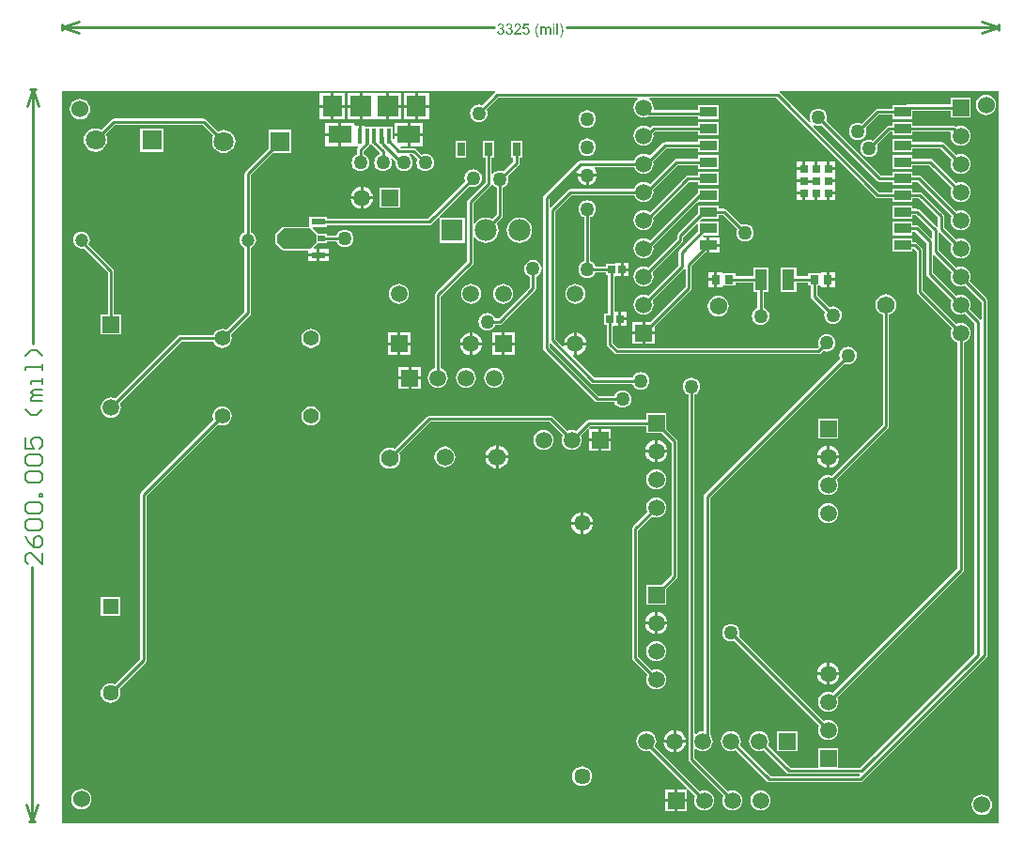
<source format=gtl>
G04*
G04 #@! TF.GenerationSoftware,Altium Limited,Altium Designer,20.0.2 (26)*
G04*
G04 Layer_Physical_Order=1*
G04 Layer_Color=255*
%FSLAX25Y25*%
%MOIN*%
G70*
G01*
G75*
%ADD16C,0.01000*%
%ADD17R,0.05118X0.02362*%
%ADD18R,0.03150X0.02362*%
%ADD19R,0.01575X0.05315*%
%ADD20R,0.08268X0.06299*%
%ADD21R,0.07087X0.07480*%
%ADD22R,0.07480X0.07480*%
%ADD23R,0.02756X0.04724*%
%ADD24R,0.05906X0.03543*%
%ADD25R,0.02756X0.02756*%
%ADD26R,0.02717X0.02835*%
%ADD27R,0.02717X0.02835*%
%ADD28R,0.02953X0.03347*%
%ADD29R,0.04331X0.07480*%
%ADD45C,0.06181*%
%ADD52C,0.05709*%
%ADD53R,0.05709X0.05709*%
%ADD59C,0.00600*%
%ADD60R,0.05906X0.05906*%
%ADD61C,0.05906*%
%ADD62C,0.06000*%
%ADD63R,0.07736X0.07736*%
%ADD64C,0.07736*%
%ADD65R,0.05906X0.05906*%
%ADD66C,0.04996*%
%ADD67C,0.05937*%
%ADD68R,0.05937X0.05937*%
%ADD69C,0.05512*%
%ADD70C,0.04724*%
%ADD71C,0.07087*%
%ADD72R,0.07087X0.07087*%
%ADD73C,0.05000*%
G36*
X432500Y240000D02*
X100000D01*
Y500000D01*
X253666D01*
X253734Y499911D01*
X253708Y499292D01*
X249252Y494835D01*
X248809Y495019D01*
X248000Y495125D01*
X247191Y495019D01*
X246437Y494706D01*
X245790Y494210D01*
X245294Y493563D01*
X244981Y492809D01*
X244875Y492000D01*
X244981Y491191D01*
X245294Y490437D01*
X245790Y489790D01*
X246437Y489293D01*
X247191Y488981D01*
X248000Y488875D01*
X248809Y488981D01*
X249563Y489293D01*
X250210Y489790D01*
X250706Y490437D01*
X251019Y491191D01*
X251125Y492000D01*
X251019Y492809D01*
X250835Y493252D01*
X254964Y497380D01*
X304250D01*
X304420Y496880D01*
X303967Y496533D01*
X303398Y495791D01*
X303040Y494927D01*
X302918Y494000D01*
X303040Y493073D01*
X303398Y492209D01*
X303967Y491467D01*
X304709Y490898D01*
X305573Y490540D01*
X306500Y490418D01*
X307427Y490540D01*
X308291Y490898D01*
X308315Y490917D01*
X308500Y490880D01*
X325890D01*
Y490039D01*
X332992D01*
Y494779D01*
X325890D01*
Y493120D01*
X310345D01*
X310015Y493496D01*
X310082Y494000D01*
X309960Y494927D01*
X309602Y495791D01*
X309033Y496533D01*
X308580Y496880D01*
X308750Y497380D01*
X353536D01*
X388826Y462090D01*
X389190Y461847D01*
X389618Y461762D01*
X394787D01*
Y460512D01*
X401890D01*
Y461762D01*
X404154D01*
X410880Y455036D01*
Y451911D01*
X410380Y451704D01*
X404316Y457768D01*
X403952Y458011D01*
X403524Y458096D01*
X401890D01*
Y459346D01*
X394787D01*
Y454606D01*
X401890D01*
Y455857D01*
X403060D01*
X408880Y450036D01*
Y447911D01*
X408380Y447704D01*
X404221Y451863D01*
X403858Y452106D01*
X403429Y452191D01*
X401890D01*
Y453441D01*
X394787D01*
Y448701D01*
X401890D01*
Y449951D01*
X402965D01*
X406880Y446036D01*
Y435000D01*
X406965Y434571D01*
X407208Y434208D01*
X415818Y425598D01*
X415540Y424927D01*
X415418Y424000D01*
X415540Y423073D01*
X415898Y422209D01*
X416467Y421467D01*
X417209Y420898D01*
X418073Y420540D01*
X419000Y420418D01*
X419927Y420540D01*
X420598Y420818D01*
X423880Y417536D01*
Y406500D01*
X423880Y300062D01*
X383438Y259620D01*
X375551D01*
Y266551D01*
X368449D01*
Y259620D01*
X358464D01*
X350682Y267402D01*
X350960Y268073D01*
X351082Y269000D01*
X350960Y269927D01*
X350602Y270791D01*
X350033Y271533D01*
X349291Y272102D01*
X348427Y272460D01*
X347500Y272582D01*
X346573Y272460D01*
X345709Y272102D01*
X344967Y271533D01*
X344398Y270791D01*
X344040Y269927D01*
X343918Y269000D01*
X344040Y268073D01*
X344398Y267209D01*
X344967Y266467D01*
X345709Y265898D01*
X346573Y265540D01*
X347500Y265418D01*
X348427Y265540D01*
X349098Y265818D01*
X357208Y257708D01*
X357571Y257465D01*
X358000Y257380D01*
X383004D01*
X383211Y256908D01*
X382979Y256620D01*
X351464D01*
X340682Y267402D01*
X340960Y268073D01*
X341082Y269000D01*
X340960Y269927D01*
X340602Y270791D01*
X340033Y271533D01*
X339291Y272102D01*
X338427Y272460D01*
X337500Y272582D01*
X336573Y272460D01*
X335709Y272102D01*
X334967Y271533D01*
X334398Y270791D01*
X334040Y269927D01*
X333918Y269000D01*
X334040Y268073D01*
X334398Y267209D01*
X334967Y266467D01*
X335709Y265898D01*
X336573Y265540D01*
X337500Y265418D01*
X338427Y265540D01*
X339098Y265818D01*
X350208Y254708D01*
X350571Y254465D01*
X351000Y254380D01*
X383500D01*
X383929Y254465D01*
X384292Y254708D01*
X428292Y298708D01*
X428535Y299071D01*
X428620Y299500D01*
X428620Y425500D01*
X428535Y425929D01*
X428292Y426292D01*
X422182Y432402D01*
X422460Y433073D01*
X422582Y434000D01*
X422460Y434927D01*
X422102Y435791D01*
X421533Y436533D01*
X420791Y437102D01*
X419927Y437460D01*
X419000Y437582D01*
X418073Y437460D01*
X417402Y437182D01*
X411120Y443464D01*
Y449589D01*
X411620Y449796D01*
X415818Y445598D01*
X415540Y444927D01*
X415418Y444000D01*
X415540Y443073D01*
X415898Y442209D01*
X416467Y441467D01*
X417209Y440898D01*
X418073Y440540D01*
X419000Y440418D01*
X419927Y440540D01*
X420791Y440898D01*
X421533Y441467D01*
X422102Y442209D01*
X422460Y443073D01*
X422582Y444000D01*
X422460Y444927D01*
X422102Y445791D01*
X421533Y446533D01*
X420791Y447102D01*
X419927Y447460D01*
X419000Y447582D01*
X418073Y447460D01*
X417402Y447182D01*
X413120Y451464D01*
Y455500D01*
X413035Y455929D01*
X412792Y456292D01*
X405410Y463674D01*
X405047Y463917D01*
X404618Y464002D01*
X401890D01*
Y465252D01*
X394787D01*
Y464002D01*
X390082D01*
X366757Y487327D01*
X367040Y487751D01*
X367691Y487481D01*
X368500Y487375D01*
X369309Y487481D01*
X369752Y487665D01*
X389421Y467996D01*
X389784Y467753D01*
X390213Y467667D01*
X394787D01*
Y466417D01*
X401890D01*
Y467667D01*
X403749D01*
X415818Y455598D01*
X415540Y454927D01*
X415418Y454000D01*
X415540Y453073D01*
X415898Y452209D01*
X416467Y451467D01*
X417209Y450898D01*
X418073Y450540D01*
X419000Y450418D01*
X419927Y450540D01*
X420791Y450898D01*
X421533Y451467D01*
X422102Y452209D01*
X422460Y453073D01*
X422582Y454000D01*
X422460Y454927D01*
X422102Y455791D01*
X421533Y456533D01*
X420791Y457102D01*
X419927Y457460D01*
X419000Y457582D01*
X418073Y457460D01*
X417402Y457182D01*
X405005Y469579D01*
X404641Y469822D01*
X404213Y469907D01*
X401890D01*
Y471157D01*
X394787D01*
Y469907D01*
X390676D01*
X371335Y489249D01*
X371519Y489691D01*
X371625Y490500D01*
X371519Y491309D01*
X371206Y492063D01*
X370710Y492710D01*
X370063Y493207D01*
X369309Y493519D01*
X368500Y493625D01*
X367691Y493519D01*
X366937Y493207D01*
X366290Y492710D01*
X365794Y492063D01*
X365481Y491309D01*
X365375Y490500D01*
X365481Y489691D01*
X365751Y489040D01*
X365327Y488757D01*
X354792Y499292D01*
X354766Y499911D01*
X354834Y500000D01*
X432500D01*
Y240000D01*
D02*
G37*
G36*
X415818Y435598D02*
X415540Y434927D01*
X415418Y434000D01*
X415540Y433073D01*
X415898Y432209D01*
X416467Y431467D01*
X417209Y430898D01*
X418073Y430540D01*
X419000Y430418D01*
X419927Y430540D01*
X420598Y430818D01*
X426380Y425036D01*
Y418812D01*
X425880Y418660D01*
X425792Y418792D01*
X422182Y422402D01*
X422460Y423073D01*
X422582Y424000D01*
X422460Y424927D01*
X422102Y425791D01*
X421533Y426533D01*
X420791Y427102D01*
X419927Y427460D01*
X419000Y427582D01*
X418073Y427460D01*
X417402Y427182D01*
X409120Y435464D01*
Y441589D01*
X409620Y441796D01*
X415818Y435598D01*
D02*
G37*
G36*
X274853Y523287D02*
X274379D01*
Y523825D01*
X274853D01*
Y523287D01*
D02*
G37*
G36*
X272893Y522825D02*
X272928D01*
X272969Y522819D01*
X273057Y522801D01*
X273162Y522772D01*
X273267Y522731D01*
X273367Y522673D01*
X273460Y522597D01*
X273472Y522585D01*
X273496Y522556D01*
X273531Y522497D01*
X273577Y522421D01*
X273618Y522322D01*
X273653Y522205D01*
X273677Y522058D01*
X273689Y521976D01*
Y521889D01*
Y519982D01*
X273215D01*
Y521731D01*
Y521737D01*
Y521742D01*
Y521777D01*
Y521830D01*
X273209Y521889D01*
X273197Y522023D01*
X273185Y522088D01*
X273168Y522140D01*
Y522146D01*
X273156Y522164D01*
X273145Y522187D01*
X273127Y522216D01*
X273103Y522246D01*
X273074Y522281D01*
X273039Y522316D01*
X272998Y522345D01*
X272992Y522351D01*
X272975Y522357D01*
X272951Y522368D01*
X272922Y522386D01*
X272881Y522398D01*
X272829Y522409D01*
X272776Y522415D01*
X272717Y522421D01*
X272671D01*
X272612Y522409D01*
X272548Y522398D01*
X272472Y522374D01*
X272390Y522339D01*
X272302Y522287D01*
X272226Y522222D01*
X272220Y522210D01*
X272197Y522187D01*
X272167Y522140D01*
X272132Y522070D01*
X272092Y521982D01*
X272062Y521877D01*
X272039Y521748D01*
X272033Y521596D01*
Y519982D01*
X271559D01*
Y521789D01*
Y521795D01*
Y521801D01*
Y521818D01*
Y521842D01*
X271553Y521900D01*
X271547Y521965D01*
X271530Y522047D01*
X271512Y522123D01*
X271483Y522199D01*
X271442Y522263D01*
X271436Y522269D01*
X271419Y522287D01*
X271395Y522316D01*
X271354Y522345D01*
X271302Y522368D01*
X271237Y522398D01*
X271161Y522415D01*
X271068Y522421D01*
X271033D01*
X270998Y522415D01*
X270945Y522409D01*
X270892Y522398D01*
X270828Y522374D01*
X270763Y522351D01*
X270699Y522316D01*
X270693Y522310D01*
X270670Y522298D01*
X270641Y522269D01*
X270606Y522240D01*
X270565Y522193D01*
X270524Y522140D01*
X270489Y522076D01*
X270454Y522006D01*
X270448Y521994D01*
X270442Y521971D01*
X270430Y521924D01*
X270418Y521859D01*
X270401Y521777D01*
X270389Y521678D01*
X270383Y521561D01*
X270377Y521426D01*
Y519982D01*
X269904D01*
Y522766D01*
X270325D01*
Y522374D01*
X270331Y522386D01*
X270348Y522409D01*
X270377Y522444D01*
X270418Y522491D01*
X270465Y522544D01*
X270524Y522597D01*
X270594Y522655D01*
X270670Y522702D01*
X270682Y522708D01*
X270711Y522719D01*
X270758Y522743D01*
X270816Y522766D01*
X270892Y522790D01*
X270974Y522813D01*
X271074Y522825D01*
X271173Y522830D01*
X271226D01*
X271284Y522825D01*
X271354Y522813D01*
X271430Y522801D01*
X271518Y522778D01*
X271600Y522743D01*
X271676Y522702D01*
X271688Y522696D01*
X271711Y522678D01*
X271746Y522649D01*
X271787Y522608D01*
X271834Y522556D01*
X271881Y522497D01*
X271922Y522421D01*
X271957Y522339D01*
X271963Y522345D01*
X271974Y522363D01*
X271992Y522386D01*
X272015Y522415D01*
X272050Y522456D01*
X272092Y522497D01*
X272138Y522538D01*
X272191Y522585D01*
X272249Y522632D01*
X272314Y522673D01*
X272466Y522754D01*
X272548Y522784D01*
X272636Y522807D01*
X272723Y522825D01*
X272823Y522830D01*
X272864D01*
X272893Y522825D01*
D02*
G37*
G36*
X258865Y523837D02*
X258941Y523825D01*
X259028Y523807D01*
X259128Y523784D01*
X259227Y523749D01*
X259327Y523702D01*
X259333D01*
X259338Y523696D01*
X259374Y523679D01*
X259420Y523650D01*
X259479Y523609D01*
X259543Y523556D01*
X259613Y523492D01*
X259678Y523416D01*
X259736Y523334D01*
X259742Y523322D01*
X259760Y523293D01*
X259783Y523246D01*
X259806Y523187D01*
X259830Y523111D01*
X259853Y523029D01*
X259871Y522942D01*
X259877Y522842D01*
Y522830D01*
Y522801D01*
X259871Y522754D01*
X259859Y522696D01*
X259842Y522626D01*
X259818Y522550D01*
X259789Y522468D01*
X259742Y522392D01*
X259736Y522380D01*
X259719Y522357D01*
X259684Y522322D01*
X259643Y522275D01*
X259584Y522222D01*
X259520Y522169D01*
X259438Y522111D01*
X259344Y522064D01*
X259350D01*
X259362Y522058D01*
X259379D01*
X259403Y522047D01*
X259461Y522029D01*
X259537Y521994D01*
X259619Y521953D01*
X259707Y521895D01*
X259795Y521824D01*
X259871Y521737D01*
X259877Y521725D01*
X259900Y521690D01*
X259929Y521637D01*
X259970Y521567D01*
X260005Y521479D01*
X260035Y521374D01*
X260058Y521251D01*
X260064Y521116D01*
Y521111D01*
Y521093D01*
Y521070D01*
X260058Y521035D01*
X260052Y520988D01*
X260046Y520941D01*
X260035Y520883D01*
X260017Y520824D01*
X259976Y520689D01*
X259947Y520613D01*
X259906Y520543D01*
X259865Y520473D01*
X259818Y520403D01*
X259760Y520333D01*
X259695Y520262D01*
X259689Y520257D01*
X259678Y520245D01*
X259660Y520233D01*
X259631Y520210D01*
X259596Y520181D01*
X259549Y520151D01*
X259496Y520122D01*
X259444Y520093D01*
X259379Y520058D01*
X259309Y520028D01*
X259233Y519999D01*
X259151Y519970D01*
X259064Y519946D01*
X258970Y519935D01*
X258871Y519923D01*
X258771Y519917D01*
X258724D01*
X258689Y519923D01*
X258642Y519929D01*
X258595Y519935D01*
X258537Y519941D01*
X258478Y519952D01*
X258344Y519987D01*
X258204Y520046D01*
X258133Y520075D01*
X258069Y520116D01*
X257999Y520163D01*
X257934Y520216D01*
X257929Y520221D01*
X257923Y520227D01*
X257905Y520245D01*
X257882Y520268D01*
X257858Y520303D01*
X257829Y520338D01*
X257794Y520379D01*
X257765Y520426D01*
X257695Y520543D01*
X257636Y520678D01*
X257583Y520830D01*
X257566Y520912D01*
X257554Y520999D01*
X258028Y521064D01*
Y521058D01*
X258034Y521046D01*
Y521023D01*
X258046Y520999D01*
X258063Y520929D01*
X258092Y520842D01*
X258127Y520748D01*
X258174Y520648D01*
X258233Y520561D01*
X258297Y520485D01*
X258309Y520479D01*
X258332Y520455D01*
X258373Y520432D01*
X258432Y520397D01*
X258496Y520368D01*
X258578Y520338D01*
X258672Y520315D01*
X258771Y520309D01*
X258806D01*
X258829Y520315D01*
X258888Y520321D01*
X258964Y520338D01*
X259058Y520368D01*
X259151Y520403D01*
X259245Y520461D01*
X259333Y520537D01*
X259344Y520549D01*
X259368Y520578D01*
X259403Y520625D01*
X259450Y520695D01*
X259491Y520777D01*
X259526Y520877D01*
X259549Y520988D01*
X259561Y521111D01*
Y521116D01*
Y521122D01*
Y521140D01*
X259555Y521163D01*
X259549Y521222D01*
X259531Y521298D01*
X259508Y521380D01*
X259467Y521473D01*
X259415Y521561D01*
X259344Y521643D01*
X259333Y521655D01*
X259309Y521678D01*
X259262Y521707D01*
X259198Y521748D01*
X259122Y521789D01*
X259028Y521818D01*
X258929Y521842D01*
X258812Y521854D01*
X258759D01*
X258718Y521848D01*
X258672Y521842D01*
X258613Y521836D01*
X258549Y521824D01*
X258478Y521807D01*
X258531Y522222D01*
X258560D01*
X258584Y522216D01*
X258660D01*
X258713Y522222D01*
X258789Y522234D01*
X258871Y522251D01*
X258958Y522281D01*
X259052Y522316D01*
X259145Y522368D01*
X259157Y522374D01*
X259186Y522398D01*
X259222Y522439D01*
X259268Y522491D01*
X259315Y522556D01*
X259350Y522638D01*
X259379Y522737D01*
X259391Y522854D01*
Y522860D01*
Y522866D01*
Y522895D01*
X259379Y522942D01*
X259368Y523006D01*
X259350Y523070D01*
X259315Y523141D01*
X259274Y523217D01*
X259216Y523281D01*
X259210Y523287D01*
X259186Y523310D01*
X259145Y523340D01*
X259093Y523369D01*
X259028Y523404D01*
X258952Y523427D01*
X258865Y523451D01*
X258765Y523456D01*
X258718D01*
X258666Y523445D01*
X258607Y523433D01*
X258531Y523416D01*
X258455Y523380D01*
X258379Y523340D01*
X258303Y523281D01*
X258297Y523275D01*
X258274Y523252D01*
X258244Y523211D01*
X258209Y523152D01*
X258169Y523082D01*
X258133Y522994D01*
X258098Y522889D01*
X258075Y522766D01*
X257601Y522848D01*
Y522854D01*
X257607Y522871D01*
X257613Y522895D01*
X257619Y522924D01*
X257630Y522965D01*
X257642Y523012D01*
X257683Y523117D01*
X257730Y523234D01*
X257800Y523357D01*
X257882Y523474D01*
X257987Y523579D01*
X257993Y523585D01*
X257999Y523591D01*
X258016Y523603D01*
X258046Y523620D01*
X258075Y523638D01*
X258110Y523661D01*
X258198Y523714D01*
X258309Y523761D01*
X258443Y523802D01*
X258590Y523831D01*
X258672Y523843D01*
X258806D01*
X258865Y523837D01*
D02*
G37*
G36*
X255881D02*
X255957Y523825D01*
X256045Y523807D01*
X256144Y523784D01*
X256244Y523749D01*
X256343Y523702D01*
X256349D01*
X256355Y523696D01*
X256390Y523679D01*
X256437Y523650D01*
X256495Y523609D01*
X256560Y523556D01*
X256630Y523492D01*
X256694Y523416D01*
X256753Y523334D01*
X256759Y523322D01*
X256776Y523293D01*
X256800Y523246D01*
X256823Y523187D01*
X256846Y523111D01*
X256870Y523029D01*
X256887Y522942D01*
X256893Y522842D01*
Y522830D01*
Y522801D01*
X256887Y522754D01*
X256876Y522696D01*
X256858Y522626D01*
X256835Y522550D01*
X256805Y522468D01*
X256759Y522392D01*
X256753Y522380D01*
X256735Y522357D01*
X256700Y522322D01*
X256659Y522275D01*
X256601Y522222D01*
X256536Y522169D01*
X256454Y522111D01*
X256361Y522064D01*
X256367D01*
X256378Y522058D01*
X256396D01*
X256419Y522047D01*
X256478Y522029D01*
X256554Y521994D01*
X256636Y521953D01*
X256723Y521895D01*
X256811Y521824D01*
X256887Y521737D01*
X256893Y521725D01*
X256917Y521690D01*
X256946Y521637D01*
X256987Y521567D01*
X257022Y521479D01*
X257051Y521374D01*
X257074Y521251D01*
X257080Y521116D01*
Y521111D01*
Y521093D01*
Y521070D01*
X257074Y521035D01*
X257069Y520988D01*
X257063Y520941D01*
X257051Y520883D01*
X257034Y520824D01*
X256993Y520689D01*
X256963Y520613D01*
X256922Y520543D01*
X256881Y520473D01*
X256835Y520403D01*
X256776Y520333D01*
X256712Y520262D01*
X256706Y520257D01*
X256694Y520245D01*
X256677Y520233D01*
X256647Y520210D01*
X256612Y520181D01*
X256566Y520151D01*
X256513Y520122D01*
X256460Y520093D01*
X256396Y520058D01*
X256326Y520028D01*
X256250Y519999D01*
X256168Y519970D01*
X256080Y519946D01*
X255986Y519935D01*
X255887Y519923D01*
X255787Y519917D01*
X255741D01*
X255706Y519923D01*
X255659Y519929D01*
X255612Y519935D01*
X255554Y519941D01*
X255495Y519952D01*
X255361Y519987D01*
X255220Y520046D01*
X255150Y520075D01*
X255085Y520116D01*
X255015Y520163D01*
X254951Y520216D01*
X254945Y520221D01*
X254939Y520227D01*
X254922Y520245D01*
X254898Y520268D01*
X254875Y520303D01*
X254846Y520338D01*
X254811Y520379D01*
X254781Y520426D01*
X254711Y520543D01*
X254653Y520678D01*
X254600Y520830D01*
X254582Y520912D01*
X254571Y520999D01*
X255045Y521064D01*
Y521058D01*
X255050Y521046D01*
Y521023D01*
X255062Y520999D01*
X255080Y520929D01*
X255109Y520842D01*
X255144Y520748D01*
X255191Y520648D01*
X255249Y520561D01*
X255314Y520485D01*
X255325Y520479D01*
X255349Y520455D01*
X255390Y520432D01*
X255448Y520397D01*
X255513Y520368D01*
X255594Y520338D01*
X255688Y520315D01*
X255787Y520309D01*
X255823D01*
X255846Y520315D01*
X255905Y520321D01*
X255981Y520338D01*
X256074Y520368D01*
X256168Y520403D01*
X256261Y520461D01*
X256349Y520537D01*
X256361Y520549D01*
X256384Y520578D01*
X256419Y520625D01*
X256466Y520695D01*
X256507Y520777D01*
X256542Y520877D01*
X256566Y520988D01*
X256577Y521111D01*
Y521116D01*
Y521122D01*
Y521140D01*
X256571Y521163D01*
X256566Y521222D01*
X256548Y521298D01*
X256525Y521380D01*
X256484Y521473D01*
X256431Y521561D01*
X256361Y521643D01*
X256349Y521655D01*
X256326Y521678D01*
X256279Y521707D01*
X256215Y521748D01*
X256138Y521789D01*
X256045Y521818D01*
X255945Y521842D01*
X255828Y521854D01*
X255776D01*
X255735Y521848D01*
X255688Y521842D01*
X255630Y521836D01*
X255565Y521824D01*
X255495Y521807D01*
X255548Y522222D01*
X255577D01*
X255600Y522216D01*
X255676D01*
X255729Y522222D01*
X255805Y522234D01*
X255887Y522251D01*
X255975Y522281D01*
X256068Y522316D01*
X256162Y522368D01*
X256174Y522374D01*
X256203Y522398D01*
X256238Y522439D01*
X256285Y522491D01*
X256332Y522556D01*
X256367Y522638D01*
X256396Y522737D01*
X256408Y522854D01*
Y522860D01*
Y522866D01*
Y522895D01*
X256396Y522942D01*
X256384Y523006D01*
X256367Y523070D01*
X256332Y523141D01*
X256291Y523217D01*
X256232Y523281D01*
X256226Y523287D01*
X256203Y523310D01*
X256162Y523340D01*
X256109Y523369D01*
X256045Y523404D01*
X255969Y523427D01*
X255881Y523451D01*
X255782Y523456D01*
X255735D01*
X255682Y523445D01*
X255624Y523433D01*
X255548Y523416D01*
X255472Y523380D01*
X255396Y523340D01*
X255319Y523281D01*
X255314Y523275D01*
X255290Y523252D01*
X255261Y523211D01*
X255226Y523152D01*
X255185Y523082D01*
X255150Y522994D01*
X255115Y522889D01*
X255091Y522766D01*
X254618Y522848D01*
Y522854D01*
X254623Y522871D01*
X254629Y522895D01*
X254635Y522924D01*
X254647Y522965D01*
X254659Y523012D01*
X254699Y523117D01*
X254746Y523234D01*
X254816Y523357D01*
X254898Y523474D01*
X255004Y523579D01*
X255010Y523585D01*
X255015Y523591D01*
X255033Y523603D01*
X255062Y523620D01*
X255091Y523638D01*
X255127Y523661D01*
X255214Y523714D01*
X255325Y523761D01*
X255460Y523802D01*
X255606Y523831D01*
X255688Y523843D01*
X255823D01*
X255881Y523837D01*
D02*
G37*
G36*
X265879Y523316D02*
X264346D01*
X264136Y522281D01*
X264141Y522287D01*
X264153Y522292D01*
X264171Y522304D01*
X264194Y522322D01*
X264229Y522339D01*
X264264Y522357D01*
X264358Y522403D01*
X264463Y522450D01*
X264586Y522485D01*
X264721Y522515D01*
X264861Y522526D01*
X264908D01*
X264943Y522520D01*
X264990Y522515D01*
X265036Y522509D01*
X265095Y522497D01*
X265153Y522485D01*
X265288Y522439D01*
X265358Y522415D01*
X265428Y522380D01*
X265504Y522339D01*
X265575Y522292D01*
X265645Y522240D01*
X265709Y522175D01*
X265715Y522169D01*
X265727Y522158D01*
X265744Y522140D01*
X265762Y522111D01*
X265791Y522076D01*
X265820Y522035D01*
X265849Y521988D01*
X265885Y521936D01*
X265920Y521871D01*
X265949Y521807D01*
X265978Y521731D01*
X266007Y521655D01*
X266025Y521567D01*
X266043Y521479D01*
X266054Y521380D01*
X266060Y521280D01*
Y521274D01*
Y521257D01*
Y521228D01*
X266054Y521193D01*
X266048Y521146D01*
X266043Y521093D01*
X266037Y521035D01*
X266025Y520970D01*
X265984Y520830D01*
X265931Y520684D01*
X265896Y520602D01*
X265855Y520526D01*
X265809Y520450D01*
X265756Y520379D01*
X265750Y520373D01*
X265738Y520362D01*
X265715Y520338D01*
X265686Y520309D01*
X265651Y520274D01*
X265604Y520233D01*
X265551Y520192D01*
X265487Y520151D01*
X265423Y520104D01*
X265346Y520063D01*
X265259Y520022D01*
X265171Y519987D01*
X265072Y519958D01*
X264972Y519935D01*
X264861Y519923D01*
X264744Y519917D01*
X264691D01*
X264656Y519923D01*
X264615Y519929D01*
X264563Y519935D01*
X264504Y519941D01*
X264440Y519952D01*
X264305Y519987D01*
X264165Y520040D01*
X264094Y520075D01*
X264024Y520116D01*
X263954Y520157D01*
X263890Y520210D01*
X263884Y520216D01*
X263878Y520221D01*
X263861Y520239D01*
X263837Y520262D01*
X263814Y520292D01*
X263785Y520327D01*
X263755Y520368D01*
X263720Y520414D01*
X263656Y520526D01*
X263591Y520660D01*
X263545Y520812D01*
X263527Y520900D01*
X263515Y520988D01*
X264013Y521023D01*
Y521017D01*
Y521005D01*
X264019Y520988D01*
X264024Y520964D01*
X264042Y520900D01*
X264065Y520818D01*
X264094Y520730D01*
X264141Y520643D01*
X264194Y520555D01*
X264264Y520479D01*
X264276Y520473D01*
X264299Y520450D01*
X264340Y520426D01*
X264399Y520391D01*
X264469Y520362D01*
X264551Y520333D01*
X264644Y520309D01*
X264744Y520303D01*
X264779D01*
X264802Y520309D01*
X264867Y520315D01*
X264949Y520333D01*
X265036Y520368D01*
X265136Y520409D01*
X265229Y520473D01*
X265276Y520508D01*
X265323Y520555D01*
Y520561D01*
X265335Y520567D01*
X265358Y520602D01*
X265399Y520660D01*
X265440Y520736D01*
X265481Y520836D01*
X265522Y520953D01*
X265545Y521087D01*
X265557Y521239D01*
Y521245D01*
Y521257D01*
Y521280D01*
X265551Y521304D01*
Y521339D01*
X265545Y521380D01*
X265528Y521473D01*
X265504Y521573D01*
X265463Y521678D01*
X265405Y521783D01*
X265329Y521877D01*
X265317Y521889D01*
X265288Y521912D01*
X265241Y521953D01*
X265171Y521994D01*
X265089Y522035D01*
X264984Y522076D01*
X264867Y522099D01*
X264738Y522111D01*
X264697D01*
X264656Y522105D01*
X264598Y522099D01*
X264533Y522082D01*
X264463Y522064D01*
X264393Y522035D01*
X264323Y522000D01*
X264317Y521994D01*
X264293Y521982D01*
X264258Y521959D01*
X264217Y521930D01*
X264176Y521889D01*
X264130Y521842D01*
X264083Y521789D01*
X264042Y521731D01*
X263597Y521795D01*
X263972Y523767D01*
X265879D01*
Y523316D01*
D02*
G37*
G36*
X276034Y519982D02*
X275560D01*
Y523825D01*
X276034D01*
Y519982D01*
D02*
G37*
G36*
X274853D02*
X274379D01*
Y522766D01*
X274853D01*
Y519982D01*
D02*
G37*
G36*
X261895Y523837D02*
X261942Y523831D01*
X261994Y523825D01*
X262053Y523819D01*
X262117Y523802D01*
X262258Y523767D01*
X262404Y523714D01*
X262480Y523679D01*
X262550Y523638D01*
X262614Y523585D01*
X262679Y523532D01*
X262685Y523527D01*
X262690Y523521D01*
X262708Y523503D01*
X262732Y523480D01*
X262755Y523445D01*
X262784Y523410D01*
X262843Y523322D01*
X262901Y523211D01*
X262954Y523082D01*
X262995Y522936D01*
X263001Y522854D01*
X263006Y522772D01*
Y522760D01*
Y522731D01*
X263001Y522684D01*
X262995Y522626D01*
X262983Y522556D01*
X262965Y522479D01*
X262942Y522398D01*
X262907Y522316D01*
X262901Y522304D01*
X262889Y522275D01*
X262866Y522234D01*
X262831Y522175D01*
X262790Y522105D01*
X262737Y522023D01*
X262667Y521941D01*
X262591Y521848D01*
X262579Y521836D01*
X262550Y521801D01*
X262497Y521748D01*
X262462Y521713D01*
X262421Y521672D01*
X262375Y521625D01*
X262316Y521573D01*
X262258Y521520D01*
X262193Y521456D01*
X262123Y521391D01*
X262041Y521321D01*
X261959Y521251D01*
X261866Y521169D01*
X261860Y521163D01*
X261848Y521152D01*
X261825Y521134D01*
X261795Y521111D01*
X261725Y521052D01*
X261637Y520976D01*
X261550Y520894D01*
X261456Y520812D01*
X261380Y520742D01*
X261351Y520713D01*
X261322Y520684D01*
X261316Y520678D01*
X261304Y520660D01*
X261281Y520637D01*
X261251Y520602D01*
X261187Y520526D01*
X261123Y520432D01*
X263012D01*
Y519982D01*
X260468D01*
Y519987D01*
Y520011D01*
Y520046D01*
X260473Y520087D01*
X260479Y520134D01*
X260485Y520186D01*
X260503Y520245D01*
X260520Y520303D01*
Y520309D01*
X260526Y520315D01*
X260538Y520350D01*
X260561Y520397D01*
X260596Y520467D01*
X260637Y520543D01*
X260696Y520631D01*
X260754Y520719D01*
X260830Y520812D01*
Y520818D01*
X260842Y520824D01*
X260871Y520859D01*
X260918Y520912D01*
X260988Y520982D01*
X261076Y521064D01*
X261181Y521163D01*
X261310Y521274D01*
X261450Y521397D01*
X261456Y521403D01*
X261480Y521421D01*
X261509Y521444D01*
X261550Y521485D01*
X261602Y521526D01*
X261661Y521579D01*
X261790Y521690D01*
X261930Y521824D01*
X262070Y521959D01*
X262141Y522023D01*
X262199Y522088D01*
X262252Y522152D01*
X262299Y522210D01*
Y522216D01*
X262310Y522222D01*
X262322Y522240D01*
X262334Y522263D01*
X262369Y522322D01*
X262410Y522398D01*
X262451Y522485D01*
X262486Y522579D01*
X262509Y522684D01*
X262521Y522784D01*
Y522790D01*
Y522795D01*
X262515Y522830D01*
X262509Y522883D01*
X262497Y522948D01*
X262468Y523024D01*
X262433Y523100D01*
X262386Y523181D01*
X262316Y523258D01*
X262304Y523263D01*
X262281Y523287D01*
X262234Y523316D01*
X262176Y523357D01*
X262100Y523392D01*
X262012Y523421D01*
X261907Y523445D01*
X261790Y523451D01*
X261754D01*
X261731Y523445D01*
X261673Y523439D01*
X261597Y523427D01*
X261509Y523398D01*
X261415Y523363D01*
X261328Y523310D01*
X261246Y523240D01*
X261240Y523228D01*
X261216Y523205D01*
X261181Y523158D01*
X261146Y523094D01*
X261105Y523012D01*
X261076Y522918D01*
X261052Y522807D01*
X261041Y522678D01*
X260555Y522731D01*
Y522737D01*
Y522754D01*
X260561Y522784D01*
X260567Y522819D01*
X260579Y522866D01*
X260584Y522918D01*
X260620Y523035D01*
X260666Y523170D01*
X260731Y523304D01*
X260819Y523439D01*
X260865Y523497D01*
X260924Y523556D01*
X260930Y523562D01*
X260941Y523568D01*
X260959Y523585D01*
X260982Y523603D01*
X261017Y523620D01*
X261058Y523650D01*
X261105Y523673D01*
X261158Y523702D01*
X261216Y523726D01*
X261281Y523755D01*
X261357Y523778D01*
X261433Y523796D01*
X261608Y523831D01*
X261702Y523837D01*
X261801Y523843D01*
X261854D01*
X261895Y523837D01*
D02*
G37*
G36*
X277076Y523883D02*
X277093Y523860D01*
X277117Y523825D01*
X277152Y523778D01*
X277193Y523714D01*
X277239Y523644D01*
X277292Y523568D01*
X277345Y523474D01*
X277403Y523380D01*
X277462Y523275D01*
X277585Y523053D01*
X277696Y522813D01*
X277748Y522690D01*
X277795Y522567D01*
Y522561D01*
X277807Y522544D01*
X277813Y522509D01*
X277830Y522468D01*
X277842Y522415D01*
X277860Y522351D01*
X277877Y522281D01*
X277901Y522205D01*
X277918Y522117D01*
X277936Y522023D01*
X277971Y521818D01*
X277994Y521602D01*
X278000Y521368D01*
Y521362D01*
Y521339D01*
Y521298D01*
X277994Y521251D01*
Y521187D01*
X277988Y521111D01*
X277977Y521029D01*
X277965Y520935D01*
X277953Y520836D01*
X277936Y520724D01*
X277883Y520496D01*
X277819Y520251D01*
X277772Y520128D01*
X277725Y520005D01*
X277719Y519999D01*
X277713Y519976D01*
X277696Y519941D01*
X277678Y519894D01*
X277649Y519835D01*
X277620Y519771D01*
X277585Y519695D01*
X277544Y519613D01*
X277444Y519438D01*
X277333Y519244D01*
X277210Y519046D01*
X277070Y518853D01*
X276730D01*
Y518858D01*
X276742Y518864D01*
X276748Y518888D01*
X276766Y518911D01*
X276783Y518940D01*
X276801Y518975D01*
X276824Y519022D01*
X276853Y519069D01*
X276912Y519180D01*
X276976Y519315D01*
X277052Y519467D01*
X277122Y519636D01*
X277199Y519824D01*
X277269Y520017D01*
X277333Y520227D01*
X277392Y520444D01*
X277444Y520672D01*
X277479Y520900D01*
X277509Y521134D01*
X277514Y521368D01*
Y521374D01*
Y521391D01*
Y521415D01*
Y521450D01*
X277509Y521497D01*
Y521549D01*
X277503Y521608D01*
Y521672D01*
X277485Y521824D01*
X277468Y521988D01*
X277438Y522164D01*
X277397Y522345D01*
Y522351D01*
X277392Y522363D01*
X277386Y522386D01*
X277380Y522409D01*
X277374Y522444D01*
X277362Y522491D01*
X277333Y522585D01*
X277298Y522702D01*
X277257Y522830D01*
X277210Y522965D01*
X277152Y523100D01*
X277146Y523111D01*
X277140Y523123D01*
X277128Y523146D01*
X277117Y523170D01*
X277099Y523205D01*
X277081Y523240D01*
X277058Y523287D01*
X277035Y523340D01*
X277006Y523398D01*
X276970Y523462D01*
X276929Y523532D01*
X276888Y523609D01*
X276842Y523696D01*
X276789Y523790D01*
X276730Y523889D01*
X277070D01*
X277076Y523883D01*
D02*
G37*
G36*
X269359D02*
X269354Y523866D01*
X269336Y523837D01*
X269313Y523802D01*
X269289Y523755D01*
X269260Y523702D01*
X269190Y523585D01*
X269120Y523456D01*
X269050Y523328D01*
X268991Y523205D01*
X268968Y523152D01*
X268944Y523105D01*
Y523100D01*
X268938Y523088D01*
X268927Y523070D01*
X268915Y523041D01*
X268903Y523012D01*
X268886Y522971D01*
X268851Y522877D01*
X268810Y522766D01*
X268769Y522638D01*
X268728Y522497D01*
X268693Y522351D01*
Y522345D01*
X268687Y522327D01*
X268681Y522304D01*
X268675Y522269D01*
X268669Y522222D01*
X268657Y522169D01*
X268646Y522111D01*
X268640Y522047D01*
X268617Y521900D01*
X268599Y521731D01*
X268587Y521555D01*
X268582Y521368D01*
Y521362D01*
Y521356D01*
Y521339D01*
Y521310D01*
X268587Y521280D01*
Y521245D01*
Y521198D01*
X268593Y521152D01*
X268605Y521040D01*
X268622Y520906D01*
X268646Y520754D01*
X268681Y520584D01*
X268722Y520397D01*
X268775Y520204D01*
X268839Y519993D01*
X268915Y519777D01*
X269003Y519555D01*
X269108Y519320D01*
X269225Y519087D01*
X269365Y518853D01*
X269026D01*
X269020Y518858D01*
X269008Y518876D01*
X268991Y518905D01*
X268962Y518940D01*
X268927Y518987D01*
X268886Y519046D01*
X268845Y519110D01*
X268798Y519186D01*
X268745Y519262D01*
X268693Y519350D01*
X268640Y519449D01*
X268582Y519549D01*
X268470Y519765D01*
X268365Y520005D01*
Y520011D01*
X268353Y520034D01*
X268342Y520069D01*
X268324Y520122D01*
X268301Y520181D01*
X268277Y520251D01*
X268254Y520333D01*
X268231Y520426D01*
X268207Y520520D01*
X268184Y520631D01*
X268160Y520742D01*
X268137Y520859D01*
X268108Y521111D01*
X268102Y521239D01*
X268096Y521368D01*
Y521374D01*
Y521397D01*
Y521432D01*
X268102Y521473D01*
Y521532D01*
X268108Y521596D01*
X268113Y521672D01*
X268119Y521754D01*
X268131Y521842D01*
X268143Y521936D01*
X268178Y522140D01*
X268231Y522351D01*
X268295Y522567D01*
X268301Y522573D01*
X268306Y522597D01*
X268318Y522632D01*
X268342Y522678D01*
X268365Y522743D01*
X268394Y522813D01*
X268429Y522889D01*
X268476Y522983D01*
X268523Y523076D01*
X268576Y523181D01*
X268634Y523293D01*
X268704Y523404D01*
X268775Y523521D01*
X268851Y523644D01*
X268938Y523767D01*
X269026Y523889D01*
X269365D01*
X269359Y523883D01*
D02*
G37*
%LPC*%
G36*
X220425Y499240D02*
X216185D01*
Y495000D01*
X220425D01*
Y499240D01*
D02*
G37*
G36*
X230465D02*
X226421D01*
Y495000D01*
X230465D01*
Y499240D01*
D02*
G37*
G36*
X225421D02*
X221378D01*
Y495000D01*
X225421D01*
Y499240D01*
D02*
G37*
G36*
X200543D02*
X196500D01*
Y495000D01*
X200543D01*
Y499240D01*
D02*
G37*
G36*
X195500D02*
X191457D01*
Y495000D01*
X195500D01*
Y499240D01*
D02*
G37*
G36*
X205736D02*
X201496D01*
Y495000D01*
X205736D01*
Y499240D01*
D02*
G37*
G36*
X428000Y498629D02*
X427061Y498506D01*
X426185Y498143D01*
X425434Y497566D01*
X424857Y496815D01*
X424494Y495939D01*
X424371Y495000D01*
X424494Y494061D01*
X424857Y493185D01*
X425434Y492434D01*
X426185Y491857D01*
X427061Y491494D01*
X428000Y491371D01*
X428939Y491494D01*
X429815Y491857D01*
X430566Y492434D01*
X431143Y493185D01*
X431506Y494061D01*
X431629Y495000D01*
X431506Y495939D01*
X431143Y496815D01*
X430566Y497566D01*
X429815Y498143D01*
X428939Y498506D01*
X428000Y498629D01*
D02*
G37*
G36*
X422551Y497551D02*
X415449D01*
Y495120D01*
X399929D01*
X399501Y495035D01*
X399137Y494792D01*
X399125Y494779D01*
X394787D01*
Y493620D01*
X389500D01*
X389071Y493535D01*
X388708Y493292D01*
X383752Y488335D01*
X383309Y488519D01*
X382500Y488625D01*
X381691Y488519D01*
X380937Y488206D01*
X380290Y487710D01*
X379794Y487063D01*
X379481Y486309D01*
X379375Y485500D01*
X379481Y484691D01*
X379794Y483937D01*
X380290Y483290D01*
X380937Y482794D01*
X381691Y482481D01*
X382500Y482375D01*
X383309Y482481D01*
X384063Y482794D01*
X384710Y483290D01*
X385206Y483937D01*
X385519Y484691D01*
X385625Y485500D01*
X385519Y486309D01*
X385335Y486752D01*
X389964Y491380D01*
X394787D01*
Y490039D01*
X401890D01*
Y492880D01*
X415449D01*
Y490449D01*
X422551D01*
Y497551D01*
D02*
G37*
G36*
X106500Y497129D02*
X105561Y497006D01*
X104685Y496643D01*
X103934Y496066D01*
X103357Y495315D01*
X102994Y494439D01*
X102871Y493500D01*
X102994Y492561D01*
X103357Y491685D01*
X103934Y490934D01*
X104685Y490357D01*
X105561Y489994D01*
X106500Y489871D01*
X107439Y489994D01*
X108315Y490357D01*
X109066Y490934D01*
X109643Y491685D01*
X110006Y492561D01*
X110129Y493500D01*
X110006Y494439D01*
X109643Y495315D01*
X109066Y496066D01*
X108315Y496643D01*
X107439Y497006D01*
X106500Y497129D01*
D02*
G37*
G36*
X230465Y494000D02*
X226421D01*
Y489760D01*
X230465D01*
Y494000D01*
D02*
G37*
G36*
X225421D02*
X221378D01*
Y489760D01*
X225421D01*
Y494000D01*
D02*
G37*
G36*
X220425D02*
X216185D01*
Y489760D01*
X220425D01*
Y494000D01*
D02*
G37*
G36*
X215185Y499240D02*
X206736D01*
Y494500D01*
Y489760D01*
X215185D01*
Y494500D01*
Y499240D01*
D02*
G37*
G36*
X205736Y494000D02*
X201496D01*
Y489760D01*
X205736D01*
Y494000D01*
D02*
G37*
G36*
X200543D02*
X196500D01*
Y489760D01*
X200543D01*
Y494000D01*
D02*
G37*
G36*
X195500D02*
X191457D01*
Y489760D01*
X195500D01*
Y494000D01*
D02*
G37*
G36*
X286500Y493123D02*
X285692Y493017D01*
X284938Y492705D01*
X284292Y492208D01*
X283795Y491562D01*
X283483Y490808D01*
X283377Y490000D01*
X283483Y489192D01*
X283795Y488438D01*
X284292Y487792D01*
X284938Y487295D01*
X285692Y486983D01*
X286500Y486877D01*
X287308Y486983D01*
X288062Y487295D01*
X288708Y487792D01*
X289205Y488438D01*
X289517Y489192D01*
X289623Y490000D01*
X289517Y490808D01*
X289205Y491562D01*
X288708Y492208D01*
X288062Y492705D01*
X287308Y493017D01*
X286500Y493123D01*
D02*
G37*
G36*
X332992Y488874D02*
X325890D01*
Y487624D01*
X310004D01*
X309575Y487539D01*
X309212Y487296D01*
X308702Y486786D01*
X308291Y487102D01*
X307427Y487460D01*
X306500Y487582D01*
X305573Y487460D01*
X304709Y487102D01*
X303967Y486533D01*
X303398Y485791D01*
X303040Y484927D01*
X302918Y484000D01*
X303040Y483073D01*
X303398Y482209D01*
X303967Y481467D01*
X304709Y480898D01*
X305573Y480540D01*
X306500Y480418D01*
X307427Y480540D01*
X308291Y480898D01*
X309033Y481467D01*
X309602Y482209D01*
X309960Y483073D01*
X310082Y484000D01*
X309966Y484882D01*
X310468Y485384D01*
X325890D01*
Y484134D01*
X332992D01*
Y488874D01*
D02*
G37*
G36*
X228299Y488610D02*
X223665D01*
Y484961D01*
X228299D01*
Y488610D01*
D02*
G37*
G36*
X222665D02*
X218032D01*
Y484961D01*
X222665D01*
Y488610D01*
D02*
G37*
G36*
X198256D02*
X193622D01*
Y484961D01*
X198256D01*
Y488610D01*
D02*
G37*
G36*
X401890Y488874D02*
X394787D01*
Y487624D01*
X393504D01*
X393075Y487539D01*
X392712Y487296D01*
X387752Y482335D01*
X387309Y482519D01*
X386500Y482625D01*
X385691Y482519D01*
X384937Y482206D01*
X384290Y481710D01*
X383794Y481063D01*
X383481Y480309D01*
X383375Y479500D01*
X383481Y478691D01*
X383794Y477937D01*
X384290Y477290D01*
X384937Y476793D01*
X385691Y476481D01*
X386500Y476375D01*
X387309Y476481D01*
X388063Y476793D01*
X388710Y477290D01*
X389206Y477937D01*
X389519Y478691D01*
X389625Y479500D01*
X389519Y480309D01*
X389335Y480752D01*
X393968Y485384D01*
X394787D01*
Y484134D01*
X401890D01*
Y485384D01*
X415280D01*
X415512Y485036D01*
X415535Y484884D01*
X415418Y484000D01*
X415540Y483073D01*
X415898Y482209D01*
X416467Y481467D01*
X417209Y480898D01*
X418073Y480540D01*
X419000Y480418D01*
X419927Y480540D01*
X420791Y480898D01*
X421533Y481467D01*
X422102Y482209D01*
X422460Y483073D01*
X422582Y484000D01*
X422460Y484927D01*
X422102Y485791D01*
X421533Y486533D01*
X420791Y487102D01*
X419927Y487460D01*
X419000Y487582D01*
X418073Y487460D01*
X417402Y487182D01*
X417288Y487296D01*
X416925Y487539D01*
X416496Y487624D01*
X401890D01*
Y488874D01*
D02*
G37*
G36*
X228299Y483961D02*
X223665D01*
Y480311D01*
X228299D01*
Y483961D01*
D02*
G37*
G36*
X198256D02*
X193622D01*
Y480311D01*
X198256D01*
Y483961D01*
D02*
G37*
G36*
X136142Y486642D02*
X127858D01*
Y478358D01*
X136142D01*
Y486642D01*
D02*
G37*
G36*
X332992Y482969D02*
X325890D01*
Y481718D01*
X314098D01*
X313670Y481633D01*
X313306Y481390D01*
X308702Y476786D01*
X308291Y477102D01*
X307427Y477460D01*
X306500Y477582D01*
X305573Y477460D01*
X304709Y477102D01*
X303967Y476533D01*
X303398Y475791D01*
X303120Y475120D01*
X284000D01*
X283571Y475035D01*
X283208Y474792D01*
X271208Y462792D01*
X270965Y462429D01*
X270880Y462000D01*
Y408500D01*
X270965Y408071D01*
X271208Y407708D01*
X289208Y389708D01*
X289571Y389465D01*
X290000Y389380D01*
X296110D01*
X296294Y388937D01*
X296790Y388290D01*
X297437Y387794D01*
X298191Y387481D01*
X299000Y387375D01*
X299809Y387481D01*
X300563Y387794D01*
X301210Y388290D01*
X301706Y388937D01*
X302019Y389691D01*
X302125Y390500D01*
X302019Y391309D01*
X301706Y392063D01*
X301210Y392710D01*
X300563Y393206D01*
X299809Y393519D01*
X299000Y393625D01*
X298191Y393519D01*
X297437Y393206D01*
X296790Y392710D01*
X296294Y392063D01*
X296110Y391620D01*
X290464D01*
X273120Y408964D01*
Y410089D01*
X273620Y410296D01*
X287708Y396208D01*
X288071Y395965D01*
X288500Y395880D01*
X302610D01*
X302794Y395437D01*
X303290Y394790D01*
X303937Y394294D01*
X304691Y393981D01*
X305500Y393875D01*
X306309Y393981D01*
X307063Y394294D01*
X307710Y394790D01*
X308206Y395437D01*
X308519Y396191D01*
X308625Y397000D01*
X308519Y397809D01*
X308206Y398563D01*
X307710Y399210D01*
X307063Y399706D01*
X306309Y400019D01*
X305500Y400125D01*
X304691Y400019D01*
X303937Y399706D01*
X303290Y399210D01*
X302794Y398563D01*
X302610Y398120D01*
X288964D01*
X281321Y405763D01*
X281554Y406237D01*
X281795Y406205D01*
Y409642D01*
X278358D01*
X278390Y409401D01*
X277917Y409167D01*
X275120Y411964D01*
Y457036D01*
X280964Y462880D01*
X303120D01*
X303398Y462209D01*
X303967Y461467D01*
X304709Y460898D01*
X305573Y460540D01*
X306500Y460418D01*
X307427Y460540D01*
X308291Y460898D01*
X309033Y461467D01*
X309602Y462209D01*
X309960Y463073D01*
X310082Y464000D01*
X309966Y464882D01*
X318657Y473573D01*
X325890D01*
Y472323D01*
X332992D01*
Y477063D01*
X325890D01*
Y475813D01*
X318193D01*
X317764Y475728D01*
X317401Y475485D01*
X308702Y466786D01*
X308291Y467102D01*
X307427Y467460D01*
X306500Y467582D01*
X305573Y467460D01*
X304709Y467102D01*
X303967Y466533D01*
X303398Y465791D01*
X303120Y465120D01*
X280500D01*
X280071Y465035D01*
X279708Y464792D01*
X273620Y458704D01*
X273120Y458911D01*
Y461536D01*
X282630Y471046D01*
X282690Y471029D01*
X283075Y470784D01*
X283038Y470500D01*
X289962D01*
X289908Y470913D01*
X289556Y471764D01*
X289083Y472380D01*
X289251Y472880D01*
X303120D01*
X303398Y472209D01*
X303967Y471467D01*
X304709Y470898D01*
X305573Y470540D01*
X306500Y470418D01*
X307427Y470540D01*
X308291Y470898D01*
X309033Y471467D01*
X309602Y472209D01*
X309960Y473073D01*
X310082Y474000D01*
X309966Y474882D01*
X314562Y479479D01*
X325890D01*
Y478228D01*
X332992D01*
Y482969D01*
D02*
G37*
G36*
X150500Y490120D02*
X118500D01*
X118071Y490035D01*
X117708Y489792D01*
X114050Y486134D01*
X113081Y486535D01*
X112000Y486677D01*
X110919Y486535D01*
X109911Y486118D01*
X109046Y485454D01*
X108382Y484589D01*
X107965Y483581D01*
X107823Y482500D01*
X107965Y481419D01*
X108382Y480411D01*
X109046Y479546D01*
X109911Y478882D01*
X110919Y478465D01*
X112000Y478323D01*
X113081Y478465D01*
X114089Y478882D01*
X114954Y479546D01*
X115618Y480411D01*
X116035Y481419D01*
X116177Y482500D01*
X116035Y483581D01*
X115634Y484550D01*
X118964Y487880D01*
X150036D01*
X153866Y484050D01*
X153465Y483081D01*
X153323Y482000D01*
X153465Y480919D01*
X153882Y479911D01*
X154546Y479046D01*
X155411Y478382D01*
X156419Y477965D01*
X157500Y477823D01*
X158581Y477965D01*
X159589Y478382D01*
X160454Y479046D01*
X161118Y479911D01*
X161535Y480919D01*
X161677Y482000D01*
X161535Y483081D01*
X161118Y484089D01*
X160454Y484954D01*
X159589Y485618D01*
X158581Y486035D01*
X157500Y486177D01*
X156419Y486035D01*
X155450Y485634D01*
X151292Y489792D01*
X150929Y490035D01*
X150500Y490120D01*
D02*
G37*
G36*
X286500Y483123D02*
X285692Y483017D01*
X284938Y482705D01*
X284292Y482208D01*
X283795Y481562D01*
X283483Y480808D01*
X283377Y480000D01*
X283483Y479192D01*
X283795Y478438D01*
X284292Y477792D01*
X284938Y477295D01*
X285692Y476983D01*
X286500Y476877D01*
X287308Y476983D01*
X288062Y477295D01*
X288708Y477792D01*
X289205Y478438D01*
X289517Y479192D01*
X289623Y480000D01*
X289517Y480808D01*
X289205Y481562D01*
X288708Y482208D01*
X288062Y482705D01*
X287308Y483017D01*
X286500Y483123D01*
D02*
G37*
G36*
X243634Y482165D02*
X239681D01*
Y476244D01*
X243634D01*
Y482165D01*
D02*
G37*
G36*
X374378Y474709D02*
X372500D01*
Y472831D01*
X374378D01*
Y474709D01*
D02*
G37*
G36*
X362839D02*
X360961D01*
Y472831D01*
X362839D01*
Y474709D01*
D02*
G37*
G36*
X371500D02*
X368169D01*
Y472331D01*
X367169D01*
Y474709D01*
X363839D01*
Y472331D01*
X363339D01*
Y471831D01*
X360961D01*
Y469953D01*
Y468500D01*
X363339D01*
Y467500D01*
X360961D01*
Y465622D01*
Y464169D01*
X363339D01*
Y463669D01*
X363839D01*
Y461291D01*
X367169D01*
Y463669D01*
X368169D01*
Y461291D01*
X371500D01*
Y463669D01*
X372000D01*
Y464169D01*
X374378D01*
Y465622D01*
Y467500D01*
X372000D01*
Y468500D01*
X374378D01*
Y469953D01*
Y471831D01*
X372000D01*
Y472331D01*
X371500D01*
Y474709D01*
D02*
G37*
G36*
X203890Y488610D02*
X199256D01*
Y484461D01*
Y480311D01*
X203555D01*
X204055Y480311D01*
X204390Y480311D01*
X205074D01*
X205265Y479849D01*
X205208Y479792D01*
X204965Y479429D01*
X204880Y479000D01*
Y477390D01*
X204437Y477207D01*
X203790Y476710D01*
X203294Y476063D01*
X202981Y475309D01*
X202875Y474500D01*
X202981Y473691D01*
X203294Y472937D01*
X203790Y472290D01*
X204437Y471794D01*
X205191Y471481D01*
X206000Y471375D01*
X206809Y471481D01*
X207563Y471794D01*
X208210Y472290D01*
X208706Y472937D01*
X209019Y473691D01*
X209125Y474500D01*
X209019Y475309D01*
X208706Y476063D01*
X208210Y476710D01*
X207563Y477207D01*
X207120Y477390D01*
Y478536D01*
X209193Y480610D01*
X209262Y480713D01*
X210193D01*
X212880Y478026D01*
Y477390D01*
X212437Y477207D01*
X211790Y476710D01*
X211294Y476063D01*
X210981Y475309D01*
X210875Y474500D01*
X210981Y473691D01*
X211294Y472937D01*
X211790Y472290D01*
X212437Y471794D01*
X213191Y471481D01*
X214000Y471375D01*
X214809Y471481D01*
X215563Y471794D01*
X216210Y472290D01*
X216706Y472937D01*
X217019Y473691D01*
X217125Y474500D01*
X217019Y475309D01*
X216706Y476063D01*
X217105Y476360D01*
X218443Y475022D01*
X218375Y474500D01*
X218481Y473691D01*
X218794Y472937D01*
X219290Y472290D01*
X219937Y471794D01*
X220691Y471481D01*
X221500Y471375D01*
X222309Y471481D01*
X223063Y471794D01*
X223710Y472290D01*
X224206Y472937D01*
X224519Y473691D01*
X224625Y474500D01*
X224519Y475309D01*
X224206Y476063D01*
X223710Y476710D01*
X223438Y476918D01*
X223608Y477418D01*
X224498D01*
X226165Y475751D01*
X225981Y475309D01*
X225875Y474500D01*
X225981Y473691D01*
X226294Y472937D01*
X226790Y472290D01*
X227437Y471794D01*
X228191Y471481D01*
X229000Y471375D01*
X229809Y471481D01*
X230563Y471794D01*
X231210Y472290D01*
X231706Y472937D01*
X232019Y473691D01*
X232125Y474500D01*
X232019Y475309D01*
X231706Y476063D01*
X231210Y476710D01*
X230563Y477207D01*
X229809Y477519D01*
X229000Y477625D01*
X228191Y477519D01*
X227748Y477335D01*
X225754Y479330D01*
X225390Y479573D01*
X224962Y479658D01*
X220374D01*
X220261Y479811D01*
X220513Y480311D01*
X222665D01*
Y483961D01*
X218032D01*
Y482912D01*
X217531Y482644D01*
X217464Y482689D01*
Y487224D01*
X207630D01*
Y487626D01*
X206343D01*
Y483968D01*
X205343D01*
Y487626D01*
X204055D01*
X203890Y488058D01*
Y488610D01*
D02*
G37*
G36*
X263319Y482165D02*
X259366D01*
Y476244D01*
X260223D01*
Y474806D01*
X256751Y471335D01*
X256309Y471519D01*
X255500Y471625D01*
X254691Y471519D01*
X253937Y471207D01*
X253290Y470710D01*
X253120Y470488D01*
X252620Y470658D01*
Y476244D01*
X253476D01*
Y482165D01*
X249524D01*
Y476244D01*
X250380D01*
Y467464D01*
X244208Y461292D01*
X243965Y460929D01*
X243880Y460500D01*
Y439464D01*
X232708Y428292D01*
X232465Y427929D01*
X232380Y427500D01*
Y401380D01*
X231709Y401102D01*
X230967Y400533D01*
X230398Y399791D01*
X230040Y398927D01*
X229918Y398000D01*
X230040Y397073D01*
X230398Y396209D01*
X230967Y395467D01*
X231709Y394898D01*
X232573Y394540D01*
X233500Y394418D01*
X234427Y394540D01*
X235291Y394898D01*
X236033Y395467D01*
X236602Y396209D01*
X236960Y397073D01*
X237082Y398000D01*
X236960Y398927D01*
X236602Y399791D01*
X236033Y400533D01*
X235291Y401102D01*
X234620Y401380D01*
Y427036D01*
X245792Y438208D01*
X246035Y438571D01*
X246120Y439000D01*
Y447990D01*
X246568Y448223D01*
X246620Y448220D01*
X247314Y447315D01*
X248248Y446598D01*
X249334Y446148D01*
X250500Y445995D01*
X251666Y446148D01*
X252752Y446598D01*
X253686Y447315D01*
X254401Y448247D01*
X254852Y449334D01*
X255005Y450500D01*
X254852Y451666D01*
X254401Y452752D01*
X254373Y452789D01*
X256292Y454708D01*
X256535Y455071D01*
X256620Y455500D01*
Y465610D01*
X257063Y465794D01*
X257710Y466290D01*
X258206Y466937D01*
X258519Y467691D01*
X258625Y468500D01*
X258519Y469309D01*
X258335Y469752D01*
X262134Y473551D01*
X262377Y473914D01*
X262462Y474342D01*
Y476244D01*
X263319D01*
Y482165D01*
D02*
G37*
G36*
X401890Y482969D02*
X394787D01*
Y478228D01*
X401890D01*
Y479479D01*
X411938D01*
X415818Y475598D01*
X415540Y474927D01*
X415418Y474000D01*
X415540Y473073D01*
X415898Y472209D01*
X416467Y471467D01*
X417209Y470898D01*
X418073Y470540D01*
X419000Y470418D01*
X419927Y470540D01*
X420791Y470898D01*
X421533Y471467D01*
X422102Y472209D01*
X422460Y473073D01*
X422582Y474000D01*
X422460Y474927D01*
X422102Y475791D01*
X421533Y476533D01*
X420791Y477102D01*
X419927Y477460D01*
X419000Y477582D01*
X418073Y477460D01*
X417402Y477182D01*
X413194Y481390D01*
X412830Y481633D01*
X412402Y481718D01*
X401890D01*
Y482969D01*
D02*
G37*
G36*
X289962Y469500D02*
X287000D01*
Y466538D01*
X287413Y466592D01*
X288264Y466945D01*
X288995Y467505D01*
X289556Y468236D01*
X289908Y469087D01*
X289962Y469500D01*
D02*
G37*
G36*
X286000D02*
X283038D01*
X283092Y469087D01*
X283444Y468236D01*
X284005Y467505D01*
X284736Y466945D01*
X285587Y466592D01*
X286000Y466538D01*
Y469500D01*
D02*
G37*
G36*
X332992Y471157D02*
X325890D01*
Y469907D01*
X322287D01*
X321859Y469822D01*
X321496Y469579D01*
X308702Y456786D01*
X308291Y457102D01*
X307427Y457460D01*
X306500Y457582D01*
X305573Y457460D01*
X304709Y457102D01*
X303967Y456533D01*
X303398Y455791D01*
X303040Y454927D01*
X302918Y454000D01*
X303040Y453073D01*
X303398Y452209D01*
X303967Y451467D01*
X304709Y450898D01*
X305573Y450540D01*
X306500Y450418D01*
X307427Y450540D01*
X308291Y450898D01*
X309033Y451467D01*
X309602Y452209D01*
X309960Y453073D01*
X310082Y454000D01*
X309966Y454882D01*
X322751Y467667D01*
X325890D01*
Y466417D01*
X332992D01*
Y471157D01*
D02*
G37*
G36*
X246000Y472125D02*
X245191Y472019D01*
X244437Y471706D01*
X243790Y471210D01*
X243294Y470563D01*
X242981Y469809D01*
X242875Y469000D01*
X242981Y468191D01*
X243165Y467748D01*
X229942Y454525D01*
X194260D01*
Y455185D01*
X187945D01*
X187945Y451691D01*
X187833Y451691D01*
X178701D01*
X178243Y451501D01*
X175881Y449139D01*
X175691Y448681D01*
Y446319D01*
X175881Y445861D01*
X178243Y443499D01*
X178701Y443309D01*
X187543D01*
Y442095D01*
X190602D01*
Y443776D01*
X189538D01*
X189346Y444238D01*
X190829Y445720D01*
X194260D01*
Y446380D01*
X197610D01*
X197794Y445937D01*
X198290Y445290D01*
X198937Y444794D01*
X199691Y444481D01*
X200500Y444375D01*
X201309Y444481D01*
X202063Y444794D01*
X202710Y445290D01*
X203206Y445937D01*
X203519Y446691D01*
X203625Y447500D01*
X203519Y448309D01*
X203206Y449063D01*
X202710Y449710D01*
X202063Y450207D01*
X201309Y450519D01*
X200500Y450625D01*
X199691Y450519D01*
X198937Y450207D01*
X198290Y449710D01*
X197794Y449063D01*
X197610Y448620D01*
X194260D01*
Y449279D01*
X190829D01*
X188983Y451126D01*
X189190Y451626D01*
X194260D01*
Y452286D01*
X230405D01*
X230834Y452371D01*
X231197Y452614D01*
X233575Y454992D01*
X234065Y454774D01*
X234065Y454546D01*
Y446033D01*
X242998D01*
Y454966D01*
X234519D01*
X234257Y454966D01*
X234040Y455456D01*
X244748Y466165D01*
X245191Y465981D01*
X246000Y465875D01*
X246809Y465981D01*
X247563Y466293D01*
X248210Y466790D01*
X248706Y467437D01*
X249019Y468191D01*
X249125Y469000D01*
X249019Y469809D01*
X248706Y470563D01*
X248210Y471210D01*
X247563Y471706D01*
X246809Y472019D01*
X246000Y472125D01*
D02*
G37*
G36*
X207000Y465921D02*
Y462500D01*
X210421D01*
X210351Y463032D01*
X209953Y463993D01*
X209319Y464819D01*
X208493Y465453D01*
X207532Y465851D01*
X207000Y465921D01*
D02*
G37*
G36*
X206000D02*
X205468Y465851D01*
X204507Y465453D01*
X203681Y464819D01*
X203047Y463993D01*
X202649Y463032D01*
X202579Y462500D01*
X206000D01*
Y465921D01*
D02*
G37*
G36*
X374378Y463169D02*
X372500D01*
Y461291D01*
X374378D01*
Y463169D01*
D02*
G37*
G36*
X362839D02*
X360961D01*
Y461291D01*
X362839D01*
Y463169D01*
D02*
G37*
G36*
X401890Y477063D02*
X394787D01*
Y472323D01*
X401890D01*
Y473573D01*
X407843D01*
X415818Y465598D01*
X415540Y464927D01*
X415418Y464000D01*
X415540Y463073D01*
X415898Y462209D01*
X416467Y461467D01*
X417209Y460898D01*
X418073Y460540D01*
X419000Y460418D01*
X419927Y460540D01*
X420791Y460898D01*
X421533Y461467D01*
X422102Y462209D01*
X422460Y463073D01*
X422582Y464000D01*
X422460Y464927D01*
X422102Y465791D01*
X421533Y466533D01*
X420791Y467102D01*
X419927Y467460D01*
X419000Y467582D01*
X418073Y467460D01*
X417402Y467182D01*
X409099Y475485D01*
X408736Y475728D01*
X408307Y475813D01*
X401890D01*
Y477063D01*
D02*
G37*
G36*
X220051Y465551D02*
X212949D01*
Y458449D01*
X220051D01*
Y465551D01*
D02*
G37*
G36*
X210421Y461500D02*
X207000D01*
Y458079D01*
X207532Y458149D01*
X208493Y458547D01*
X209319Y459181D01*
X209953Y460007D01*
X210351Y460968D01*
X210421Y461500D01*
D02*
G37*
G36*
X206000D02*
X202579D01*
X202649Y460968D01*
X203047Y460007D01*
X203681Y459181D01*
X204507Y458547D01*
X205468Y458149D01*
X206000Y458079D01*
Y461500D01*
D02*
G37*
G36*
X332992Y465252D02*
X325890D01*
Y463874D01*
X325590Y463674D01*
X308702Y446786D01*
X308291Y447102D01*
X307427Y447460D01*
X306500Y447582D01*
X305573Y447460D01*
X304709Y447102D01*
X303967Y446533D01*
X303398Y445791D01*
X303040Y444927D01*
X302918Y444000D01*
X303040Y443073D01*
X303398Y442209D01*
X303967Y441467D01*
X304709Y440898D01*
X305573Y440540D01*
X306500Y440418D01*
X307427Y440540D01*
X308291Y440898D01*
X309033Y441467D01*
X309602Y442209D01*
X309960Y443073D01*
X310082Y444000D01*
X309966Y444882D01*
X325438Y460354D01*
X325890Y460512D01*
Y460512D01*
X325890Y460512D01*
X332992D01*
Y465252D01*
D02*
G37*
G36*
Y459346D02*
X325890D01*
Y456474D01*
X318708Y449292D01*
X318465Y448929D01*
X318380Y448500D01*
Y447464D01*
X308098Y437182D01*
X307427Y437460D01*
X306500Y437582D01*
X305573Y437460D01*
X304709Y437102D01*
X303967Y436533D01*
X303398Y435791D01*
X303040Y434927D01*
X302918Y434000D01*
X303040Y433073D01*
X303398Y432209D01*
X303967Y431467D01*
X304709Y430898D01*
X305573Y430540D01*
X306500Y430418D01*
X307427Y430540D01*
X308291Y430898D01*
X309033Y431467D01*
X309602Y432209D01*
X309960Y433073D01*
X310082Y434000D01*
X309960Y434927D01*
X309682Y435598D01*
X320292Y446208D01*
X320535Y446571D01*
X320620Y447000D01*
Y448036D01*
X325428Y452844D01*
X325890Y452653D01*
Y450035D01*
X319270Y443415D01*
X319027Y443052D01*
X318942Y442624D01*
Y438026D01*
X308098Y427182D01*
X307427Y427460D01*
X306500Y427582D01*
X305573Y427460D01*
X304709Y427102D01*
X303967Y426533D01*
X303398Y425791D01*
X303040Y424927D01*
X302918Y424000D01*
X303040Y423073D01*
X303398Y422209D01*
X303967Y421467D01*
X304709Y420898D01*
X305573Y420540D01*
X306500Y420418D01*
X307427Y420540D01*
X308291Y420898D01*
X309033Y421467D01*
X309602Y422209D01*
X309960Y423073D01*
X310082Y424000D01*
X309960Y424927D01*
X309682Y425598D01*
X320854Y436770D01*
X320880Y436809D01*
X321380Y436658D01*
Y430464D01*
X308869Y417953D01*
X307000D01*
Y414500D01*
X310453D01*
Y416369D01*
X323292Y429208D01*
X323535Y429571D01*
X323620Y430000D01*
Y437760D01*
X328253Y442394D01*
X328941D01*
Y445165D01*
Y447937D01*
X327737D01*
X327533Y448404D01*
X327772Y448701D01*
X332992D01*
Y453441D01*
X326678D01*
X326487Y453903D01*
X327190Y454606D01*
X332992D01*
Y455857D01*
X334560D01*
X339665Y450751D01*
X339481Y450309D01*
X339375Y449500D01*
X339481Y448691D01*
X339794Y447937D01*
X340290Y447290D01*
X340937Y446794D01*
X341691Y446481D01*
X342500Y446375D01*
X343309Y446481D01*
X344063Y446794D01*
X344710Y447290D01*
X345206Y447937D01*
X345519Y448691D01*
X345625Y449500D01*
X345519Y450309D01*
X345206Y451063D01*
X344710Y451710D01*
X344063Y452207D01*
X343309Y452519D01*
X342500Y452625D01*
X341691Y452519D01*
X341248Y452335D01*
X335816Y457768D01*
X335452Y458011D01*
X335024Y458096D01*
X332992D01*
Y459346D01*
D02*
G37*
G36*
X262469Y455005D02*
X261302Y454851D01*
X260216Y454401D01*
X259283Y453686D01*
X258567Y452752D01*
X258117Y451666D01*
X257963Y450500D01*
X258117Y449334D01*
X258567Y448247D01*
X259283Y447315D01*
X260216Y446598D01*
X261302Y446148D01*
X262469Y445995D01*
X263634Y446148D01*
X264721Y446598D01*
X265654Y447315D01*
X266370Y448247D01*
X266820Y449334D01*
X266974Y450500D01*
X266820Y451666D01*
X266370Y452752D01*
X265654Y453686D01*
X264721Y454401D01*
X263634Y454851D01*
X262469Y455005D01*
D02*
G37*
G36*
X333394Y447937D02*
X329941D01*
Y445665D01*
X333394D01*
Y447937D01*
D02*
G37*
G36*
Y444665D02*
X329941D01*
Y442394D01*
X333394D01*
Y444665D01*
D02*
G37*
G36*
X194661Y443776D02*
X191602D01*
Y442095D01*
X194661D01*
Y443776D01*
D02*
G37*
G36*
Y441094D02*
X191602D01*
Y439413D01*
X194661D01*
Y441094D01*
D02*
G37*
G36*
X190602D02*
X187543D01*
Y439413D01*
X190602D01*
Y441094D01*
D02*
G37*
G36*
X301217Y438917D02*
X299358D01*
Y437000D01*
X301217D01*
Y438917D01*
D02*
G37*
G36*
X350842Y437339D02*
X345315D01*
Y434120D01*
X339035D01*
Y435272D01*
X335016D01*
X334886Y435272D01*
X334516Y435585D01*
Y435673D01*
X332539D01*
Y433000D01*
Y430327D01*
X334516D01*
Y430415D01*
X334886Y430728D01*
X335016Y430728D01*
X339035D01*
Y431880D01*
X345315D01*
Y428661D01*
X346880D01*
Y422890D01*
X346437Y422707D01*
X345790Y422210D01*
X345294Y421563D01*
X344981Y420809D01*
X344875Y420000D01*
X344981Y419191D01*
X345294Y418437D01*
X345790Y417790D01*
X346437Y417294D01*
X347191Y416981D01*
X348000Y416875D01*
X348809Y416981D01*
X349563Y417294D01*
X350210Y417790D01*
X350706Y418437D01*
X351019Y419191D01*
X351125Y420000D01*
X351019Y420809D01*
X350706Y421563D01*
X350210Y422210D01*
X349563Y422707D01*
X349120Y422890D01*
Y428661D01*
X350842D01*
Y437339D01*
D02*
G37*
G36*
X301217Y436000D02*
X299358D01*
Y434083D01*
X301217D01*
Y436000D01*
D02*
G37*
G36*
X331539Y435673D02*
X329563D01*
Y433500D01*
X331539D01*
Y435673D01*
D02*
G37*
G36*
X374398D02*
X372421D01*
Y433500D01*
X374398D01*
Y435673D01*
D02*
G37*
G36*
Y432500D02*
X372421D01*
Y430327D01*
X374398D01*
Y432500D01*
D02*
G37*
G36*
X360685Y437339D02*
X355157D01*
Y428661D01*
X360685D01*
Y431880D01*
X364925D01*
Y430728D01*
X365880D01*
Y427000D01*
X365965Y426571D01*
X366208Y426208D01*
X370915Y421501D01*
X370731Y421059D01*
X370625Y420250D01*
X370731Y419441D01*
X371044Y418687D01*
X371540Y418040D01*
X372187Y417544D01*
X372941Y417231D01*
X373750Y417125D01*
X374559Y417231D01*
X375313Y417544D01*
X375960Y418040D01*
X376456Y418687D01*
X376769Y419441D01*
X376875Y420250D01*
X376769Y421059D01*
X376456Y421813D01*
X375960Y422460D01*
X375313Y422957D01*
X374559Y423269D01*
X373750Y423375D01*
X372941Y423269D01*
X372498Y423085D01*
X368120Y427464D01*
Y430728D01*
X368945D01*
X369075Y430728D01*
X369445Y430415D01*
Y430327D01*
X371421D01*
Y433000D01*
Y435673D01*
X369445D01*
Y435585D01*
X369075Y435272D01*
X368945Y435272D01*
X364925D01*
Y434120D01*
X360685D01*
Y437339D01*
D02*
G37*
G36*
X331539Y432500D02*
X329563D01*
Y430327D01*
X331539D01*
Y432500D01*
D02*
G37*
G36*
X282295Y431456D02*
X281364Y431333D01*
X280496Y430974D01*
X279751Y430402D01*
X279180Y429657D01*
X278820Y428789D01*
X278698Y427858D01*
X278820Y426927D01*
X279180Y426059D01*
X279751Y425314D01*
X280496Y424743D01*
X281364Y424383D01*
X282295Y424261D01*
X283226Y424383D01*
X284094Y424743D01*
X284839Y425314D01*
X285411Y426059D01*
X285770Y426927D01*
X285893Y427858D01*
X285770Y428789D01*
X285411Y429657D01*
X284839Y430402D01*
X284094Y430974D01*
X283226Y431333D01*
X282295Y431456D01*
D02*
G37*
G36*
X256705D02*
X255774Y431333D01*
X254906Y430974D01*
X254161Y430402D01*
X253589Y429657D01*
X253230Y428789D01*
X253107Y427858D01*
X253230Y426927D01*
X253589Y426059D01*
X254161Y425314D01*
X254906Y424743D01*
X255774Y424383D01*
X256705Y424261D01*
X257636Y424383D01*
X258504Y424743D01*
X259249Y425314D01*
X259820Y426059D01*
X260180Y426927D01*
X260302Y427858D01*
X260180Y428789D01*
X259820Y429657D01*
X259249Y430402D01*
X258504Y430974D01*
X257636Y431333D01*
X256705Y431456D01*
D02*
G37*
G36*
X245295D02*
X244364Y431333D01*
X243496Y430974D01*
X242751Y430402D01*
X242180Y429657D01*
X241820Y428789D01*
X241698Y427858D01*
X241820Y426927D01*
X242180Y426059D01*
X242751Y425314D01*
X243496Y424743D01*
X244364Y424383D01*
X245295Y424261D01*
X246226Y424383D01*
X247094Y424743D01*
X247839Y425314D01*
X248411Y426059D01*
X248770Y426927D01*
X248893Y427858D01*
X248770Y428789D01*
X248411Y429657D01*
X247839Y430402D01*
X247094Y430974D01*
X246226Y431333D01*
X245295Y431456D01*
D02*
G37*
G36*
X219705D02*
X218774Y431333D01*
X217906Y430974D01*
X217161Y430402D01*
X216589Y429657D01*
X216230Y428789D01*
X216107Y427858D01*
X216230Y426927D01*
X216589Y426059D01*
X217161Y425314D01*
X217906Y424743D01*
X218774Y424383D01*
X219705Y424261D01*
X220636Y424383D01*
X221504Y424743D01*
X222249Y425314D01*
X222820Y426059D01*
X223180Y426927D01*
X223302Y427858D01*
X223180Y428789D01*
X222820Y429657D01*
X222249Y430402D01*
X221504Y430974D01*
X220636Y431333D01*
X219705Y431456D01*
D02*
G37*
G36*
X333000Y427221D02*
X332037Y427094D01*
X331140Y426722D01*
X330369Y426131D01*
X329778Y425360D01*
X329406Y424463D01*
X329279Y423500D01*
X329406Y422537D01*
X329778Y421640D01*
X330369Y420869D01*
X331140Y420278D01*
X332037Y419906D01*
X333000Y419779D01*
X333963Y419906D01*
X334860Y420278D01*
X335631Y420869D01*
X336222Y421640D01*
X336594Y422537D01*
X336721Y423500D01*
X336594Y424463D01*
X336222Y425360D01*
X335631Y426131D01*
X334860Y426722D01*
X333963Y427094D01*
X333000Y427221D01*
D02*
G37*
G36*
X300480Y421417D02*
X298622D01*
Y419500D01*
X300480D01*
Y421417D01*
D02*
G37*
G36*
X267250Y439875D02*
X266441Y439769D01*
X265687Y439457D01*
X265040Y438960D01*
X264544Y438313D01*
X264231Y437559D01*
X264125Y436750D01*
X264231Y435941D01*
X264544Y435187D01*
X265040Y434540D01*
X265687Y434044D01*
X266130Y433860D01*
Y430214D01*
X255036Y419120D01*
X253890D01*
X253706Y419563D01*
X253210Y420210D01*
X252563Y420707D01*
X251809Y421019D01*
X251000Y421125D01*
X250191Y421019D01*
X249437Y420707D01*
X248790Y420210D01*
X248294Y419563D01*
X247981Y418809D01*
X247875Y418000D01*
X247981Y417191D01*
X248294Y416437D01*
X248790Y415790D01*
X249437Y415294D01*
X250191Y414981D01*
X251000Y414875D01*
X251809Y414981D01*
X252563Y415294D01*
X253210Y415790D01*
X253706Y416437D01*
X253890Y416880D01*
X255500D01*
X255929Y416965D01*
X256292Y417208D01*
X268042Y428958D01*
X268285Y429321D01*
X268370Y429750D01*
Y433860D01*
X268813Y434044D01*
X269460Y434540D01*
X269956Y435187D01*
X270269Y435941D01*
X270375Y436750D01*
X270269Y437559D01*
X269956Y438313D01*
X269460Y438960D01*
X268813Y439457D01*
X268059Y439769D01*
X267250Y439875D01*
D02*
G37*
G36*
X300480Y418500D02*
X298622D01*
Y416583D01*
X300480D01*
Y418500D01*
D02*
G37*
G36*
X181642Y486142D02*
X173358D01*
Y479442D01*
X165263Y471347D01*
X165021Y470984D01*
X164935Y470555D01*
Y449741D01*
X164562Y449586D01*
X163944Y449112D01*
X163469Y448493D01*
X163171Y447773D01*
X163069Y447000D01*
X163171Y446227D01*
X163469Y445507D01*
X163944Y444888D01*
X164562Y444414D01*
X164935Y444259D01*
Y421578D01*
X158447Y415090D01*
X157876Y415327D01*
X157000Y415442D01*
X156124Y415327D01*
X155308Y414989D01*
X154608Y414451D01*
X154070Y413751D01*
X153833Y413179D01*
X142087D01*
X141658Y413094D01*
X141295Y412851D01*
X119098Y390654D01*
X118427Y390932D01*
X117500Y391054D01*
X116573Y390932D01*
X115709Y390574D01*
X114967Y390005D01*
X114398Y389263D01*
X114040Y388400D01*
X113918Y387472D01*
X114040Y386545D01*
X114398Y385682D01*
X114967Y384940D01*
X115709Y384370D01*
X116573Y384013D01*
X117500Y383891D01*
X118427Y384013D01*
X119291Y384370D01*
X120033Y384940D01*
X120602Y385682D01*
X120960Y386545D01*
X121082Y387472D01*
X120960Y388400D01*
X120682Y389071D01*
X142551Y410939D01*
X153833D01*
X154070Y410367D01*
X154608Y409667D01*
X155308Y409129D01*
X156124Y408791D01*
X157000Y408676D01*
X157876Y408791D01*
X158692Y409129D01*
X159392Y409667D01*
X159930Y410367D01*
X160268Y411183D01*
X160383Y412059D01*
X160268Y412935D01*
X160031Y413506D01*
X166847Y420322D01*
X167090Y420686D01*
X167175Y421114D01*
Y444259D01*
X167548Y444414D01*
X168167Y444888D01*
X168641Y445507D01*
X168939Y446227D01*
X169041Y447000D01*
X168939Y447773D01*
X168641Y448493D01*
X168167Y449112D01*
X167548Y449586D01*
X167175Y449741D01*
Y470091D01*
X174942Y477858D01*
X181642D01*
Y486142D01*
D02*
G37*
G36*
X306000Y417953D02*
X302547D01*
Y414500D01*
X306000D01*
Y417953D01*
D02*
G37*
G36*
X107000Y449986D02*
X106227Y449884D01*
X105507Y449586D01*
X104888Y449112D01*
X104414Y448493D01*
X104116Y447773D01*
X104014Y447000D01*
X104116Y446227D01*
X104414Y445507D01*
X104888Y444888D01*
X105507Y444414D01*
X106227Y444116D01*
X107000Y444014D01*
X107749Y444112D01*
X116380Y435481D01*
Y420551D01*
X113949D01*
Y413449D01*
X121051D01*
Y420551D01*
X118620D01*
Y435945D01*
X118535Y436374D01*
X118292Y436737D01*
X109558Y445471D01*
X109586Y445507D01*
X109884Y446227D01*
X109986Y447000D01*
X109884Y447773D01*
X109586Y448493D01*
X109111Y449112D01*
X108493Y449586D01*
X107773Y449884D01*
X107000Y449986D01*
D02*
G37*
G36*
X282795Y414079D02*
Y410642D01*
X286232D01*
X286162Y411178D01*
X285762Y412143D01*
X285126Y412972D01*
X284297Y413608D01*
X283331Y414008D01*
X282795Y414079D01*
D02*
G37*
G36*
X281795D02*
X281259Y414008D01*
X280294Y413608D01*
X279465Y412972D01*
X278829Y412143D01*
X278429Y411178D01*
X278358Y410642D01*
X281795D01*
Y414079D01*
D02*
G37*
G36*
X260673Y414110D02*
X257205D01*
Y410642D01*
X260673D01*
Y414110D01*
D02*
G37*
G36*
X256205D02*
X252736D01*
Y410642D01*
X256205D01*
Y414110D01*
D02*
G37*
G36*
X245795Y414079D02*
Y410642D01*
X249232D01*
X249162Y411178D01*
X248762Y412143D01*
X248126Y412972D01*
X247297Y413608D01*
X246331Y414008D01*
X245795Y414079D01*
D02*
G37*
G36*
X244795D02*
X244259Y414008D01*
X243294Y413608D01*
X242465Y412972D01*
X241829Y412143D01*
X241429Y411178D01*
X241358Y410642D01*
X244795D01*
Y414079D01*
D02*
G37*
G36*
X223673Y414110D02*
X220205D01*
Y410642D01*
X223673D01*
Y414110D01*
D02*
G37*
G36*
X219205D02*
X215736D01*
Y410642D01*
X219205D01*
Y414110D01*
D02*
G37*
G36*
X310453Y413500D02*
X307000D01*
Y410047D01*
X310453D01*
Y413500D01*
D02*
G37*
G36*
X306000D02*
X302547D01*
Y410047D01*
X306000D01*
Y413500D01*
D02*
G37*
G36*
X188496Y415442D02*
X187620Y415327D01*
X186804Y414989D01*
X186104Y414451D01*
X185566Y413751D01*
X185228Y412935D01*
X185113Y412059D01*
X185228Y411183D01*
X185566Y410367D01*
X186104Y409667D01*
X186804Y409129D01*
X187620Y408791D01*
X188496Y408676D01*
X189372Y408791D01*
X190188Y409129D01*
X190888Y409667D01*
X191426Y410367D01*
X191764Y411183D01*
X191879Y412059D01*
X191764Y412935D01*
X191426Y413751D01*
X190888Y414451D01*
X190188Y414989D01*
X189372Y415327D01*
X188496Y415442D01*
D02*
G37*
G36*
X286500Y461125D02*
X285691Y461019D01*
X284937Y460707D01*
X284290Y460210D01*
X283794Y459563D01*
X283481Y458809D01*
X283375Y458000D01*
X283481Y457191D01*
X283794Y456437D01*
X284290Y455790D01*
X284937Y455294D01*
X285380Y455110D01*
Y439390D01*
X284937Y439207D01*
X284290Y438710D01*
X283794Y438063D01*
X283481Y437309D01*
X283375Y436500D01*
X283481Y435691D01*
X283794Y434937D01*
X284290Y434290D01*
X284937Y433793D01*
X285691Y433481D01*
X286500Y433375D01*
X287309Y433481D01*
X288063Y433793D01*
X288710Y434290D01*
X289206Y434937D01*
X289390Y435380D01*
X293043D01*
Y434484D01*
X293880D01*
Y421016D01*
X292543D01*
Y416984D01*
X293380D01*
Y410000D01*
X293465Y409571D01*
X293708Y409208D01*
X296208Y406708D01*
X296571Y406465D01*
X297000Y406380D01*
X368580D01*
X369009Y406465D01*
X369372Y406708D01*
X370249Y407584D01*
X370691Y407401D01*
X371500Y407295D01*
X372309Y407401D01*
X373063Y407713D01*
X373710Y408210D01*
X374206Y408857D01*
X374519Y409611D01*
X374625Y410420D01*
X374519Y411229D01*
X374206Y411982D01*
X373710Y412630D01*
X373063Y413126D01*
X372309Y413438D01*
X371500Y413545D01*
X370691Y413438D01*
X369937Y413126D01*
X369290Y412630D01*
X368794Y411982D01*
X368481Y411229D01*
X368375Y410420D01*
X368481Y409611D01*
X368665Y409168D01*
X368116Y408620D01*
X297464D01*
X295620Y410464D01*
Y416142D01*
X295764Y416583D01*
X297622D01*
Y419000D01*
Y421417D01*
X296120D01*
Y433793D01*
X296500Y434083D01*
X298358D01*
Y436500D01*
Y438917D01*
X296500D01*
Y438516D01*
X293043D01*
Y437620D01*
X289390D01*
X289206Y438063D01*
X288710Y438710D01*
X288063Y439207D01*
X287620Y439390D01*
Y455110D01*
X288063Y455294D01*
X288710Y455790D01*
X289206Y456437D01*
X289519Y457191D01*
X289625Y458000D01*
X289519Y458809D01*
X289206Y459563D01*
X288710Y460210D01*
X288063Y460707D01*
X287309Y461019D01*
X286500Y461125D01*
D02*
G37*
G36*
X286232Y409642D02*
X282795D01*
Y406205D01*
X283331Y406275D01*
X284297Y406675D01*
X285126Y407311D01*
X285762Y408140D01*
X286162Y409106D01*
X286232Y409642D01*
D02*
G37*
G36*
X249232D02*
X245795D01*
Y406205D01*
X246331Y406275D01*
X247297Y406675D01*
X248126Y407311D01*
X248762Y408140D01*
X249162Y409106D01*
X249232Y409642D01*
D02*
G37*
G36*
X244795D02*
X241358D01*
X241429Y409106D01*
X241829Y408140D01*
X242465Y407311D01*
X243294Y406675D01*
X244259Y406275D01*
X244795Y406205D01*
Y409642D01*
D02*
G37*
G36*
X260673D02*
X257205D01*
Y406173D01*
X260673D01*
Y409642D01*
D02*
G37*
G36*
X256205D02*
X252736D01*
Y406173D01*
X256205D01*
Y409642D01*
D02*
G37*
G36*
X223673D02*
X220205D01*
Y406173D01*
X223673D01*
Y409642D01*
D02*
G37*
G36*
X219205D02*
X215736D01*
Y406173D01*
X219205D01*
Y409642D01*
D02*
G37*
G36*
X379000Y409125D02*
X378191Y409019D01*
X377437Y408706D01*
X376790Y408210D01*
X376294Y407563D01*
X375981Y406809D01*
X375875Y406000D01*
X375981Y405191D01*
X376165Y404748D01*
X328208Y356792D01*
X327965Y356429D01*
X327880Y356000D01*
Y272911D01*
X327504Y272581D01*
X327500Y272582D01*
X326573Y272460D01*
X325709Y272102D01*
X325069Y271611D01*
X324569Y271766D01*
X324569Y392059D01*
X325011Y392242D01*
X325659Y392739D01*
X326155Y393386D01*
X326467Y394140D01*
X326574Y394949D01*
X326467Y395758D01*
X326155Y396511D01*
X325659Y397159D01*
X325011Y397655D01*
X324258Y397968D01*
X323449Y398074D01*
X322640Y397968D01*
X321886Y397655D01*
X321239Y397159D01*
X320742Y396511D01*
X320430Y395758D01*
X320324Y394949D01*
X320430Y394140D01*
X320742Y393386D01*
X321239Y392739D01*
X321886Y392242D01*
X322329Y392059D01*
X322329Y270678D01*
Y262551D01*
X322414Y262123D01*
X322657Y261759D01*
X334818Y249598D01*
X334540Y248927D01*
X334418Y248000D01*
X334540Y247073D01*
X334898Y246209D01*
X335467Y245467D01*
X336209Y244898D01*
X337073Y244540D01*
X338000Y244418D01*
X338927Y244540D01*
X339791Y244898D01*
X340533Y245467D01*
X341102Y246209D01*
X341460Y247073D01*
X341582Y248000D01*
X341460Y248927D01*
X341102Y249791D01*
X340533Y250533D01*
X339791Y251102D01*
X338927Y251460D01*
X338000Y251582D01*
X337073Y251460D01*
X336402Y251182D01*
X324569Y263015D01*
Y266234D01*
X325069Y266389D01*
X325709Y265898D01*
X326573Y265540D01*
X327500Y265418D01*
X328427Y265540D01*
X329291Y265898D01*
X330033Y266467D01*
X330602Y267209D01*
X330960Y268073D01*
X331082Y269000D01*
X330960Y269927D01*
X330602Y270791D01*
X330120Y271419D01*
Y355536D01*
X377748Y403165D01*
X378191Y402981D01*
X379000Y402875D01*
X379809Y402981D01*
X380563Y403294D01*
X381210Y403790D01*
X381706Y404437D01*
X382019Y405191D01*
X382125Y406000D01*
X382019Y406809D01*
X381706Y407563D01*
X381210Y408210D01*
X380563Y408706D01*
X379809Y409019D01*
X379000Y409125D01*
D02*
G37*
G36*
X227453Y401953D02*
X224000D01*
Y398500D01*
X227453D01*
Y401953D01*
D02*
G37*
G36*
X223000D02*
X219547D01*
Y398500D01*
X223000D01*
Y401953D01*
D02*
G37*
G36*
X253500Y401582D02*
X252573Y401460D01*
X251709Y401102D01*
X250967Y400533D01*
X250398Y399791D01*
X250040Y398927D01*
X249918Y398000D01*
X250040Y397073D01*
X250398Y396209D01*
X250967Y395467D01*
X251709Y394898D01*
X252573Y394540D01*
X253500Y394418D01*
X254427Y394540D01*
X255291Y394898D01*
X256033Y395467D01*
X256602Y396209D01*
X256960Y397073D01*
X257082Y398000D01*
X256960Y398927D01*
X256602Y399791D01*
X256033Y400533D01*
X255291Y401102D01*
X254427Y401460D01*
X253500Y401582D01*
D02*
G37*
G36*
X243500D02*
X242573Y401460D01*
X241709Y401102D01*
X240967Y400533D01*
X240398Y399791D01*
X240040Y398927D01*
X239918Y398000D01*
X240040Y397073D01*
X240398Y396209D01*
X240967Y395467D01*
X241709Y394898D01*
X242573Y394540D01*
X243500Y394418D01*
X244427Y394540D01*
X245291Y394898D01*
X246033Y395467D01*
X246602Y396209D01*
X246960Y397073D01*
X247082Y398000D01*
X246960Y398927D01*
X246602Y399791D01*
X246033Y400533D01*
X245291Y401102D01*
X244427Y401460D01*
X243500Y401582D01*
D02*
G37*
G36*
X227453Y397500D02*
X224000D01*
Y394047D01*
X227453D01*
Y397500D01*
D02*
G37*
G36*
X223000D02*
X219547D01*
Y394047D01*
X223000D01*
Y397500D01*
D02*
G37*
G36*
X188496Y387883D02*
X187620Y387768D01*
X186804Y387430D01*
X186104Y386892D01*
X185566Y386192D01*
X185228Y385376D01*
X185113Y384500D01*
X185228Y383624D01*
X185566Y382808D01*
X186104Y382108D01*
X186804Y381570D01*
X187620Y381232D01*
X188496Y381117D01*
X189372Y381232D01*
X190188Y381570D01*
X190888Y382108D01*
X191426Y382808D01*
X191764Y383624D01*
X191879Y384500D01*
X191764Y385376D01*
X191426Y386192D01*
X190888Y386892D01*
X190188Y387430D01*
X189372Y387768D01*
X188496Y387883D01*
D02*
G37*
G36*
X157000D02*
X156124Y387768D01*
X155308Y387430D01*
X154608Y386892D01*
X154070Y386192D01*
X153732Y385376D01*
X153617Y384500D01*
X153732Y383624D01*
X153969Y383053D01*
X128208Y357292D01*
X127965Y356929D01*
X127880Y356500D01*
Y298271D01*
X118861Y289252D01*
X118240Y289510D01*
X117339Y289628D01*
X116437Y289510D01*
X115597Y289162D01*
X114876Y288608D01*
X114323Y287887D01*
X113975Y287047D01*
X113856Y286146D01*
X113975Y285244D01*
X114323Y284404D01*
X114876Y283683D01*
X115597Y283130D01*
X116437Y282782D01*
X117339Y282663D01*
X118240Y282782D01*
X119080Y283130D01*
X119801Y283683D01*
X120354Y284404D01*
X120702Y285244D01*
X120821Y286146D01*
X120702Y287047D01*
X120445Y287668D01*
X129792Y297015D01*
X130035Y297378D01*
X130120Y297807D01*
Y356036D01*
X155553Y381469D01*
X156124Y381232D01*
X157000Y381117D01*
X157876Y381232D01*
X158692Y381570D01*
X159392Y382108D01*
X159930Y382808D01*
X160268Y383624D01*
X160383Y384500D01*
X160268Y385376D01*
X159930Y386192D01*
X159392Y386892D01*
X158692Y387430D01*
X157876Y387768D01*
X157000Y387883D01*
D02*
G37*
G36*
X314551Y385551D02*
X307449D01*
Y383120D01*
X287000D01*
X286571Y383035D01*
X286208Y382792D01*
X282598Y379182D01*
X281927Y379460D01*
X281000Y379582D01*
X280073Y379460D01*
X279402Y379182D01*
X274292Y384292D01*
X273929Y384535D01*
X273500Y384620D01*
X230500D01*
X230071Y384535D01*
X229708Y384292D01*
X218203Y372787D01*
X217463Y373094D01*
X216500Y373221D01*
X215537Y373094D01*
X214640Y372722D01*
X213869Y372131D01*
X213278Y371360D01*
X212906Y370463D01*
X212779Y369500D01*
X212906Y368537D01*
X213278Y367640D01*
X213869Y366869D01*
X214640Y366278D01*
X215537Y365906D01*
X216500Y365779D01*
X217463Y365906D01*
X218360Y366278D01*
X219131Y366869D01*
X219722Y367640D01*
X220094Y368537D01*
X220221Y369500D01*
X220094Y370463D01*
X219787Y371203D01*
X230964Y382380D01*
X273036D01*
X277818Y377598D01*
X277540Y376927D01*
X277418Y376000D01*
X277540Y375073D01*
X277898Y374209D01*
X278467Y373467D01*
X279209Y372898D01*
X280073Y372540D01*
X281000Y372418D01*
X281927Y372540D01*
X282791Y372898D01*
X283533Y373467D01*
X284102Y374209D01*
X284460Y375073D01*
X284582Y376000D01*
X284460Y376927D01*
X284182Y377598D01*
X286555Y379971D01*
X287047Y379756D01*
X287047Y379534D01*
Y376500D01*
X290500D01*
Y379953D01*
X287499D01*
X287244Y379953D01*
X287029Y380445D01*
X287464Y380880D01*
X307449D01*
Y378449D01*
X312967D01*
X316380Y375036D01*
Y327964D01*
X312967Y324551D01*
X307449D01*
Y317449D01*
X314551D01*
Y322967D01*
X318292Y326708D01*
X318535Y327071D01*
X318620Y327500D01*
Y375500D01*
X318535Y375929D01*
X318292Y376292D01*
X314551Y380033D01*
Y385551D01*
D02*
G37*
G36*
X291500Y379953D02*
Y376500D01*
X294953D01*
Y379953D01*
X291500D01*
D02*
G37*
G36*
X375551Y383551D02*
X368449D01*
Y376449D01*
X375551D01*
Y383551D01*
D02*
G37*
G36*
X311500Y375921D02*
Y372500D01*
X314921D01*
X314851Y373032D01*
X314453Y373993D01*
X313819Y374819D01*
X312993Y375453D01*
X312032Y375851D01*
X311500Y375921D01*
D02*
G37*
G36*
X310500D02*
X309968Y375851D01*
X309007Y375453D01*
X308181Y374819D01*
X307547Y373993D01*
X307149Y373032D01*
X307079Y372500D01*
X310500D01*
Y375921D01*
D02*
G37*
G36*
X271000Y379582D02*
X270073Y379460D01*
X269209Y379102D01*
X268467Y378533D01*
X267898Y377791D01*
X267540Y376927D01*
X267418Y376000D01*
X267540Y375073D01*
X267898Y374209D01*
X268467Y373467D01*
X269209Y372898D01*
X270073Y372540D01*
X271000Y372418D01*
X271927Y372540D01*
X272791Y372898D01*
X273533Y373467D01*
X274102Y374209D01*
X274460Y375073D01*
X274582Y376000D01*
X274460Y376927D01*
X274102Y377791D01*
X273533Y378533D01*
X272791Y379102D01*
X271927Y379460D01*
X271000Y379582D01*
D02*
G37*
G36*
X294953Y375500D02*
X291500D01*
Y372047D01*
X294953D01*
Y375500D01*
D02*
G37*
G36*
X290500D02*
X287047D01*
Y372047D01*
X290500D01*
Y375500D01*
D02*
G37*
G36*
X372500Y373921D02*
Y370500D01*
X375921D01*
X375851Y371032D01*
X375453Y371993D01*
X374819Y372819D01*
X373993Y373453D01*
X373032Y373851D01*
X372500Y373921D01*
D02*
G37*
G36*
X255000Y374060D02*
Y370500D01*
X258560D01*
X258485Y371068D01*
X258073Y372063D01*
X257417Y372917D01*
X256563Y373573D01*
X255568Y373985D01*
X255000Y374060D01*
D02*
G37*
G36*
X254000D02*
X253432Y373985D01*
X252437Y373573D01*
X251583Y372917D01*
X250927Y372063D01*
X250515Y371068D01*
X250440Y370500D01*
X254000D01*
Y374060D01*
D02*
G37*
G36*
X371500Y373921D02*
X370968Y373851D01*
X370007Y373453D01*
X369181Y372819D01*
X368547Y371993D01*
X368149Y371032D01*
X368079Y370500D01*
X371500D01*
Y373921D01*
D02*
G37*
G36*
X314921Y371500D02*
X311500D01*
Y368079D01*
X312032Y368149D01*
X312993Y368547D01*
X313819Y369181D01*
X314453Y370007D01*
X314851Y370968D01*
X314921Y371500D01*
D02*
G37*
G36*
X310500D02*
X307079D01*
X307149Y370968D01*
X307547Y370007D01*
X308181Y369181D01*
X309007Y368547D01*
X309968Y368149D01*
X310500Y368079D01*
Y371500D01*
D02*
G37*
G36*
X236000Y373721D02*
X235037Y373594D01*
X234140Y373222D01*
X233369Y372631D01*
X232778Y371860D01*
X232406Y370963D01*
X232279Y370000D01*
X232406Y369037D01*
X232778Y368140D01*
X233369Y367369D01*
X234140Y366778D01*
X235037Y366406D01*
X236000Y366279D01*
X236963Y366406D01*
X237860Y366778D01*
X238631Y367369D01*
X239222Y368140D01*
X239594Y369037D01*
X239721Y370000D01*
X239594Y370963D01*
X239222Y371860D01*
X238631Y372631D01*
X237860Y373222D01*
X236963Y373594D01*
X236000Y373721D01*
D02*
G37*
G36*
X375921Y369500D02*
X372500D01*
Y366079D01*
X373032Y366149D01*
X373993Y366547D01*
X374819Y367181D01*
X375453Y368007D01*
X375851Y368968D01*
X375921Y369500D01*
D02*
G37*
G36*
X371500D02*
X368079D01*
X368149Y368968D01*
X368547Y368007D01*
X369181Y367181D01*
X370007Y366547D01*
X370968Y366149D01*
X371500Y366079D01*
Y369500D01*
D02*
G37*
G36*
X258560D02*
X255000D01*
Y365940D01*
X255568Y366015D01*
X256563Y366427D01*
X257417Y367083D01*
X258073Y367937D01*
X258485Y368932D01*
X258560Y369500D01*
D02*
G37*
G36*
X254000D02*
X250440D01*
X250515Y368932D01*
X250927Y367937D01*
X251583Y367083D01*
X252437Y366427D01*
X253432Y366015D01*
X254000Y365940D01*
Y369500D01*
D02*
G37*
G36*
X392500Y427721D02*
X391537Y427594D01*
X390640Y427222D01*
X389869Y426631D01*
X389278Y425860D01*
X388906Y424963D01*
X388779Y424000D01*
X388906Y423037D01*
X389278Y422140D01*
X389869Y421369D01*
X390640Y420778D01*
X391380Y420471D01*
Y381464D01*
X373245Y363328D01*
X372927Y363460D01*
X372000Y363582D01*
X371073Y363460D01*
X370209Y363102D01*
X369467Y362533D01*
X368898Y361791D01*
X368540Y360927D01*
X368418Y360000D01*
X368540Y359073D01*
X368898Y358209D01*
X369467Y357467D01*
X370209Y356898D01*
X371073Y356540D01*
X372000Y356418D01*
X372927Y356540D01*
X373791Y356898D01*
X374533Y357467D01*
X375102Y358209D01*
X375460Y359073D01*
X375582Y360000D01*
X375460Y360927D01*
X375102Y361791D01*
X375003Y361919D01*
X393292Y380208D01*
X393535Y380571D01*
X393620Y381000D01*
Y420471D01*
X394360Y420778D01*
X395131Y421369D01*
X395722Y422140D01*
X396094Y423037D01*
X396221Y424000D01*
X396094Y424963D01*
X395722Y425860D01*
X395131Y426631D01*
X394360Y427222D01*
X393463Y427594D01*
X392500Y427721D01*
D02*
G37*
G36*
X311000Y365582D02*
X310073Y365460D01*
X309209Y365102D01*
X308467Y364533D01*
X307898Y363791D01*
X307540Y362927D01*
X307418Y362000D01*
X307540Y361073D01*
X307898Y360209D01*
X308467Y359467D01*
X309209Y358898D01*
X310073Y358540D01*
X311000Y358418D01*
X311927Y358540D01*
X312791Y358898D01*
X313533Y359467D01*
X314102Y360209D01*
X314460Y361073D01*
X314582Y362000D01*
X314460Y362927D01*
X314102Y363791D01*
X313533Y364533D01*
X312791Y365102D01*
X311927Y365460D01*
X311000Y365582D01*
D02*
G37*
G36*
Y355582D02*
X310073Y355460D01*
X309209Y355102D01*
X308467Y354533D01*
X307898Y353791D01*
X307540Y352927D01*
X307418Y352000D01*
X307540Y351073D01*
X307818Y350402D01*
X302708Y345292D01*
X302465Y344929D01*
X302380Y344500D01*
Y298500D01*
X302465Y298071D01*
X302708Y297708D01*
X307818Y292598D01*
X307540Y291927D01*
X307418Y291000D01*
X307540Y290073D01*
X307898Y289209D01*
X308467Y288467D01*
X309209Y287898D01*
X310073Y287540D01*
X311000Y287418D01*
X311927Y287540D01*
X312791Y287898D01*
X313533Y288467D01*
X314102Y289209D01*
X314460Y290073D01*
X314582Y291000D01*
X314460Y291927D01*
X314102Y292791D01*
X313533Y293533D01*
X312791Y294102D01*
X311927Y294460D01*
X311000Y294582D01*
X310073Y294460D01*
X309402Y294182D01*
X304620Y298964D01*
Y344036D01*
X309402Y348818D01*
X310073Y348540D01*
X311000Y348418D01*
X311927Y348540D01*
X312791Y348898D01*
X313533Y349467D01*
X314102Y350209D01*
X314460Y351073D01*
X314582Y352000D01*
X314460Y352927D01*
X314102Y353791D01*
X313533Y354533D01*
X312791Y355102D01*
X311927Y355460D01*
X311000Y355582D01*
D02*
G37*
G36*
X285161Y350204D02*
Y346882D01*
X288483D01*
X288417Y347388D01*
X288028Y348326D01*
X287410Y349131D01*
X286605Y349749D01*
X285668Y350137D01*
X285161Y350204D01*
D02*
G37*
G36*
X284161D02*
X283655Y350137D01*
X282718Y349749D01*
X281912Y349131D01*
X281295Y348326D01*
X280906Y347388D01*
X280840Y346882D01*
X284161D01*
Y350204D01*
D02*
G37*
G36*
X372000Y353582D02*
X371073Y353460D01*
X370209Y353102D01*
X369467Y352533D01*
X368898Y351791D01*
X368540Y350927D01*
X368418Y350000D01*
X368540Y349073D01*
X368898Y348209D01*
X369467Y347467D01*
X370209Y346898D01*
X371073Y346540D01*
X372000Y346418D01*
X372927Y346540D01*
X373791Y346898D01*
X374533Y347467D01*
X375102Y348209D01*
X375460Y349073D01*
X375582Y350000D01*
X375460Y350927D01*
X375102Y351791D01*
X374533Y352533D01*
X373791Y353102D01*
X372927Y353460D01*
X372000Y353582D01*
D02*
G37*
G36*
X288483Y345882D02*
X285161D01*
Y342560D01*
X285668Y342627D01*
X286605Y343015D01*
X287410Y343633D01*
X288028Y344438D01*
X288417Y345376D01*
X288483Y345882D01*
D02*
G37*
G36*
X284161D02*
X280840D01*
X280906Y345376D01*
X281295Y344438D01*
X281912Y343633D01*
X282718Y343015D01*
X283655Y342627D01*
X284161Y342560D01*
Y345882D01*
D02*
G37*
G36*
X120791Y320307D02*
X113886D01*
Y313402D01*
X120791D01*
Y320307D01*
D02*
G37*
G36*
X311500Y314921D02*
Y311500D01*
X314921D01*
X314851Y312032D01*
X314453Y312993D01*
X313819Y313819D01*
X312993Y314453D01*
X312032Y314851D01*
X311500Y314921D01*
D02*
G37*
G36*
X310500D02*
X309968Y314851D01*
X309007Y314453D01*
X308181Y313819D01*
X307547Y312993D01*
X307149Y312032D01*
X307079Y311500D01*
X310500D01*
Y314921D01*
D02*
G37*
G36*
X314921Y310500D02*
X311500D01*
Y307079D01*
X312032Y307149D01*
X312993Y307547D01*
X313819Y308181D01*
X314453Y309007D01*
X314851Y309968D01*
X314921Y310500D01*
D02*
G37*
G36*
X310500D02*
X307079D01*
X307149Y309968D01*
X307547Y309007D01*
X308181Y308181D01*
X309007Y307547D01*
X309968Y307149D01*
X310500Y307079D01*
Y310500D01*
D02*
G37*
G36*
X311000Y304582D02*
X310073Y304460D01*
X309209Y304102D01*
X308467Y303533D01*
X307898Y302791D01*
X307540Y301927D01*
X307418Y301000D01*
X307540Y300073D01*
X307898Y299209D01*
X308467Y298467D01*
X309209Y297898D01*
X310073Y297540D01*
X311000Y297418D01*
X311927Y297540D01*
X312791Y297898D01*
X313533Y298467D01*
X314102Y299209D01*
X314460Y300073D01*
X314582Y301000D01*
X314460Y301927D01*
X314102Y302791D01*
X313533Y303533D01*
X312791Y304102D01*
X311927Y304460D01*
X311000Y304582D01*
D02*
G37*
G36*
X372500Y296921D02*
Y293500D01*
X375921D01*
X375851Y294032D01*
X375453Y294993D01*
X374819Y295819D01*
X373993Y296453D01*
X373032Y296851D01*
X372500Y296921D01*
D02*
G37*
G36*
X371500D02*
X370968Y296851D01*
X370007Y296453D01*
X369181Y295819D01*
X368547Y294993D01*
X368149Y294032D01*
X368079Y293500D01*
X371500D01*
Y296921D01*
D02*
G37*
G36*
X375921Y292500D02*
X372500D01*
Y289079D01*
X373032Y289149D01*
X373993Y289547D01*
X374819Y290181D01*
X375453Y291007D01*
X375851Y291968D01*
X375921Y292500D01*
D02*
G37*
G36*
X371500D02*
X368079D01*
X368149Y291968D01*
X368547Y291007D01*
X369181Y290181D01*
X370007Y289547D01*
X370968Y289149D01*
X371500Y289079D01*
Y292500D01*
D02*
G37*
G36*
X401890Y447535D02*
X394787D01*
Y442795D01*
X401890D01*
Y444000D01*
X402390Y444027D01*
X403380Y443036D01*
Y428500D01*
X403465Y428071D01*
X403708Y427708D01*
X415818Y415598D01*
X415540Y414927D01*
X415418Y414000D01*
X415540Y413073D01*
X415898Y412209D01*
X416467Y411467D01*
X417209Y410898D01*
X417880Y410620D01*
Y330464D01*
X373598Y286182D01*
X372927Y286460D01*
X372000Y286582D01*
X371073Y286460D01*
X370209Y286102D01*
X369467Y285533D01*
X368898Y284791D01*
X368540Y283927D01*
X368418Y283000D01*
X368540Y282073D01*
X368898Y281209D01*
X369467Y280467D01*
X370209Y279898D01*
X371073Y279540D01*
X372000Y279418D01*
X372927Y279540D01*
X373791Y279898D01*
X374533Y280467D01*
X375102Y281209D01*
X375460Y282073D01*
X375582Y283000D01*
X375460Y283927D01*
X375182Y284598D01*
X419792Y329208D01*
X420035Y329571D01*
X420120Y330000D01*
Y410620D01*
X420791Y410898D01*
X421533Y411467D01*
X422102Y412209D01*
X422460Y413073D01*
X422582Y414000D01*
X422460Y414927D01*
X422102Y415791D01*
X421533Y416533D01*
X420791Y417102D01*
X419927Y417460D01*
X419000Y417582D01*
X418073Y417460D01*
X417402Y417182D01*
X405620Y428964D01*
Y443500D01*
X405535Y443929D01*
X405292Y444292D01*
X403626Y445957D01*
X403263Y446200D01*
X402835Y446285D01*
X401890D01*
Y447535D01*
D02*
G37*
G36*
X318000Y272921D02*
Y269500D01*
X321421D01*
X321351Y270032D01*
X320953Y270993D01*
X320319Y271819D01*
X319493Y272453D01*
X318532Y272851D01*
X318000Y272921D01*
D02*
G37*
G36*
X317000D02*
X316468Y272851D01*
X315507Y272453D01*
X314681Y271819D01*
X314047Y270993D01*
X313649Y270032D01*
X313579Y269500D01*
X317000D01*
Y272921D01*
D02*
G37*
G36*
X337500Y310625D02*
X336691Y310519D01*
X335937Y310206D01*
X335290Y309710D01*
X334794Y309063D01*
X334481Y308309D01*
X334375Y307500D01*
X334481Y306691D01*
X334794Y305937D01*
X335290Y305290D01*
X335937Y304794D01*
X336691Y304481D01*
X337500Y304375D01*
X338309Y304481D01*
X338752Y304665D01*
X368818Y274598D01*
X368540Y273927D01*
X368418Y273000D01*
X368540Y272073D01*
X368898Y271209D01*
X369467Y270467D01*
X370209Y269898D01*
X371073Y269540D01*
X372000Y269418D01*
X372927Y269540D01*
X373791Y269898D01*
X374533Y270467D01*
X375102Y271209D01*
X375460Y272073D01*
X375582Y273000D01*
X375460Y273927D01*
X375102Y274791D01*
X374533Y275533D01*
X373791Y276102D01*
X372927Y276460D01*
X372000Y276582D01*
X371073Y276460D01*
X370402Y276182D01*
X340335Y306248D01*
X340519Y306691D01*
X340625Y307500D01*
X340519Y308309D01*
X340206Y309063D01*
X339710Y309710D01*
X339063Y310206D01*
X338309Y310519D01*
X337500Y310625D01*
D02*
G37*
G36*
X361051Y272551D02*
X353949D01*
Y265449D01*
X361051D01*
Y272551D01*
D02*
G37*
G36*
X321421Y268500D02*
X318000D01*
Y265079D01*
X318532Y265149D01*
X319493Y265547D01*
X320319Y266181D01*
X320953Y267007D01*
X321351Y267968D01*
X321421Y268500D01*
D02*
G37*
G36*
X317000D02*
X313579D01*
X313649Y267968D01*
X314047Y267007D01*
X314681Y266181D01*
X315507Y265547D01*
X316468Y265149D01*
X317000Y265079D01*
Y268500D01*
D02*
G37*
G36*
X284661Y260101D02*
X283760Y259982D01*
X282920Y259634D01*
X282199Y259081D01*
X281645Y258359D01*
X281298Y257520D01*
X281179Y256618D01*
X281298Y255717D01*
X281645Y254877D01*
X282199Y254156D01*
X282920Y253602D01*
X283760Y253254D01*
X284661Y253136D01*
X285563Y253254D01*
X286403Y253602D01*
X287124Y254156D01*
X287677Y254877D01*
X288025Y255717D01*
X288144Y256618D01*
X288025Y257520D01*
X287677Y258359D01*
X287124Y259081D01*
X286403Y259634D01*
X285563Y259982D01*
X284661Y260101D01*
D02*
G37*
G36*
X317500Y251953D02*
X314047D01*
Y248500D01*
X317500D01*
Y251953D01*
D02*
G37*
G36*
X107000Y252129D02*
X106061Y252006D01*
X105185Y251643D01*
X104434Y251066D01*
X103857Y250315D01*
X103494Y249439D01*
X103371Y248500D01*
X103494Y247561D01*
X103857Y246685D01*
X104434Y245934D01*
X105185Y245357D01*
X106061Y244994D01*
X107000Y244871D01*
X107939Y244994D01*
X108815Y245357D01*
X109566Y245934D01*
X110143Y246685D01*
X110506Y247561D01*
X110629Y248500D01*
X110506Y249439D01*
X110143Y250315D01*
X109566Y251066D01*
X108815Y251643D01*
X107939Y252006D01*
X107000Y252129D01*
D02*
G37*
G36*
X348000Y251582D02*
X347073Y251460D01*
X346209Y251102D01*
X345467Y250533D01*
X344898Y249791D01*
X344540Y248927D01*
X344418Y248000D01*
X344540Y247073D01*
X344898Y246209D01*
X345467Y245467D01*
X346209Y244898D01*
X347073Y244540D01*
X348000Y244418D01*
X348927Y244540D01*
X349791Y244898D01*
X350533Y245467D01*
X351102Y246209D01*
X351460Y247073D01*
X351582Y248000D01*
X351460Y248927D01*
X351102Y249791D01*
X350533Y250533D01*
X349791Y251102D01*
X348927Y251460D01*
X348000Y251582D01*
D02*
G37*
G36*
X307500Y272582D02*
X306573Y272460D01*
X305709Y272102D01*
X304967Y271533D01*
X304398Y270791D01*
X304040Y269927D01*
X303918Y269000D01*
X304040Y268073D01*
X304398Y267209D01*
X304967Y266467D01*
X305709Y265898D01*
X306573Y265540D01*
X307500Y265418D01*
X308427Y265540D01*
X308745Y265672D01*
X321971Y252445D01*
X321756Y251953D01*
X321534Y251953D01*
X318500D01*
Y248500D01*
X321953D01*
Y251501D01*
X321953Y251756D01*
X322445Y251971D01*
X324818Y249598D01*
X324540Y248927D01*
X324418Y248000D01*
X324540Y247073D01*
X324898Y246209D01*
X325467Y245467D01*
X326209Y244898D01*
X327073Y244540D01*
X328000Y244418D01*
X328927Y244540D01*
X329791Y244898D01*
X330533Y245467D01*
X331102Y246209D01*
X331460Y247073D01*
X331582Y248000D01*
X331460Y248927D01*
X331102Y249791D01*
X330533Y250533D01*
X329791Y251102D01*
X328927Y251460D01*
X328000Y251582D01*
X327073Y251460D01*
X326402Y251182D01*
X310503Y267080D01*
X310602Y267209D01*
X310960Y268073D01*
X311082Y269000D01*
X310960Y269927D01*
X310602Y270791D01*
X310033Y271533D01*
X309291Y272102D01*
X308427Y272460D01*
X307500Y272582D01*
D02*
G37*
G36*
X321953Y247500D02*
X318500D01*
Y244047D01*
X321953D01*
Y247500D01*
D02*
G37*
G36*
X317500D02*
X314047D01*
Y244047D01*
X317500D01*
Y247500D01*
D02*
G37*
G36*
X426500Y250129D02*
X425561Y250006D01*
X424685Y249643D01*
X423934Y249066D01*
X423357Y248315D01*
X422994Y247439D01*
X422871Y246500D01*
X422994Y245561D01*
X423357Y244685D01*
X423934Y243934D01*
X424685Y243357D01*
X425561Y242994D01*
X426500Y242871D01*
X427439Y242994D01*
X428315Y243357D01*
X429066Y243934D01*
X429643Y244685D01*
X430006Y245561D01*
X430129Y246500D01*
X430006Y247439D01*
X429643Y248315D01*
X429066Y249066D01*
X428315Y249643D01*
X427439Y250006D01*
X426500Y250129D01*
D02*
G37*
%LPD*%
G36*
X253290Y466290D02*
X253937Y465794D01*
X254380Y465610D01*
Y455964D01*
X252789Y454373D01*
X252752Y454401D01*
X251666Y454851D01*
X250500Y455005D01*
X249334Y454851D01*
X248248Y454401D01*
X247314Y453686D01*
X246620Y452780D01*
X246568Y452777D01*
X246120Y453010D01*
Y460036D01*
X252292Y466208D01*
X252492Y466508D01*
X252804Y466588D01*
X253051Y466602D01*
X253290Y466290D01*
D02*
G37*
G36*
X190512Y448681D02*
Y446319D01*
X188150Y443957D01*
X178701D01*
X176339Y446319D01*
Y448681D01*
X178701Y451043D01*
X188150D01*
X190512Y448681D01*
D02*
G37*
D16*
X432535Y521500D02*
Y523500D01*
X100035Y521500D02*
Y523500D01*
X426535Y520500D02*
X432535Y522500D01*
X426535Y524500D02*
X432535Y522500D01*
X100035D02*
X106035Y520500D01*
X100035Y522500D02*
X106035Y524500D01*
X279000Y522500D02*
X432535D01*
X100035D02*
X253571D01*
X393504Y486504D02*
X398339D01*
X386500Y479500D02*
X393504Y486504D01*
X389500Y492500D02*
X398248D01*
X382500Y485500D02*
X389500Y492500D01*
X390213Y468787D02*
X398339D01*
X368500Y490500D02*
X390213Y468787D01*
X274000Y411500D02*
X288500Y397000D01*
X305500D01*
X392500Y381000D02*
Y424000D01*
X337500Y307500D02*
X372000Y273000D01*
Y360500D02*
X392500Y381000D01*
X327850Y492000D02*
X328850Y493000D01*
X294000Y436500D02*
X294500Y436000D01*
X368580Y407500D02*
X371500Y410420D01*
X297000Y407500D02*
X368580D01*
X294500Y410000D02*
X297000Y407500D01*
X329000Y356000D02*
X379000Y406000D01*
X329000Y270500D02*
Y356000D01*
X367000Y427000D02*
X373750Y420250D01*
X367000Y427000D02*
Y433000D01*
X348000Y432079D02*
X348500Y432579D01*
X348000Y420000D02*
Y432079D01*
X348079Y433000D02*
X348500Y432579D01*
X294500Y410000D02*
Y419000D01*
X357921Y433000D02*
X367000D01*
X336961D02*
X348079D01*
X280500Y464000D02*
X306500D01*
X274000Y457500D02*
X280500Y464000D01*
X284000Y474000D02*
X306500D01*
X308500Y492000D02*
X327850D01*
X306500Y494000D02*
X308500Y492000D01*
X306500Y484000D02*
X307500D01*
X310004Y486504D01*
X306500Y474000D02*
X307500D01*
X314098Y480598D01*
X306500Y464000D02*
X307500D01*
X318193Y474693D01*
X306500Y454000D02*
X307500D01*
X322287Y468787D01*
X306500Y444000D02*
X307500D01*
X326382Y462882D01*
X306500Y434000D02*
X319500Y447000D01*
Y448500D01*
X320062Y437562D02*
Y442624D01*
X306500Y424000D02*
X320062Y437562D01*
X322500Y430000D02*
Y438224D01*
X306500Y414000D02*
X322500Y430000D01*
Y438224D02*
X329441Y445165D01*
X354000Y498500D02*
X389618Y462882D01*
X254500Y498500D02*
X354000D01*
X248000Y492000D02*
X254500Y498500D01*
X272000Y462000D02*
X284000Y474000D01*
X327976Y456976D02*
X329441D01*
X319500Y448500D02*
X327976Y456976D01*
X320062Y442624D02*
X328509Y451071D01*
X329441D01*
X326382Y462882D02*
X329441D01*
X303500Y298500D02*
X311000Y291000D01*
X303500Y344500D02*
X311000Y352000D01*
X303500Y298500D02*
Y344500D01*
X311000Y352000D02*
X311551Y351449D01*
X290000Y390500D02*
X299000D01*
X272000Y408500D02*
X290000Y390500D01*
X272000Y408500D02*
Y462000D01*
X287000Y382000D02*
X311000D01*
X281000Y376000D02*
X287000Y382000D01*
X286500Y436500D02*
Y458000D01*
X255500Y418000D02*
X267250Y429750D01*
X251000Y418000D02*
X255500D01*
X267250Y429750D02*
Y436750D01*
X286500Y436500D02*
X294000D01*
X294500Y436000D02*
X295000Y436500D01*
Y419500D02*
Y436500D01*
X294500Y419000D02*
X295000Y419500D01*
X230405Y453406D02*
X246000Y469000D01*
X191102Y453406D02*
X230405D01*
X233500Y398000D02*
Y427500D01*
X245000Y439000D02*
Y460500D01*
X233500Y427500D02*
X245000Y439000D01*
Y460500D02*
X251500Y467000D01*
Y479205D01*
X216500Y369500D02*
X230500Y383500D01*
X273500D01*
X274000Y411500D02*
Y457500D01*
X372000Y360000D02*
Y360500D01*
X335024Y456976D02*
X342500Y449500D01*
X329441Y456976D02*
X335024D01*
X398339Y492410D02*
X399929Y494000D01*
X323449Y394949D02*
X323449Y270678D01*
Y262551D02*
Y270678D01*
Y262551D02*
X338000Y248000D01*
X317500Y327500D02*
Y375500D01*
X311000Y382000D02*
X317500Y375500D01*
X311000Y321000D02*
X317500Y327500D01*
X129000Y356500D02*
X157000Y384500D01*
X129000Y297807D02*
Y356500D01*
X117339Y286146D02*
X129000Y297807D01*
X142087Y412059D02*
X157000D01*
X117500Y387472D02*
X142087Y412059D01*
X166055Y421114D02*
Y447000D01*
X157000Y412059D02*
X166055Y421114D01*
Y447000D02*
Y470555D01*
X107000Y446445D02*
X117500Y435945D01*
X107000Y446445D02*
Y447000D01*
X255500Y455500D02*
Y468500D01*
X250500Y450500D02*
X255500Y455500D01*
X261343Y474342D02*
Y479205D01*
X255500Y468500D02*
X261343Y474342D01*
X322287Y468787D02*
X329441D01*
X403429Y451071D02*
X408000Y446500D01*
Y435000D02*
Y446500D01*
Y435000D02*
X419000Y424000D01*
X403524Y456976D02*
X410000Y450500D01*
Y443000D02*
Y450500D01*
Y443000D02*
X419000Y434000D01*
X404618Y462882D02*
X412000Y455500D01*
Y451000D02*
Y455500D01*
Y451000D02*
X419000Y444000D01*
X404500Y428500D02*
X419000Y414000D01*
X404500Y428500D02*
Y443500D01*
X398339Y462882D02*
X404618D01*
X404213Y468787D02*
X419000Y454000D01*
X398339Y468787D02*
X404213D01*
X408307Y474693D02*
X419000Y464000D01*
X398339Y474693D02*
X408307D01*
X399929Y494000D02*
X419000D01*
X416496Y486504D02*
X419000Y484000D01*
X398339Y486504D02*
X416496D01*
X412402Y480598D02*
X419000Y474000D01*
X398339Y480598D02*
X412402D01*
X383902Y258500D02*
X425000Y299598D01*
X425000Y406500D02*
X425000Y299598D01*
X419000Y330000D02*
Y414000D01*
X372000Y283000D02*
X419000Y330000D01*
X358000Y258500D02*
X383902D01*
X347500Y269000D02*
X358000Y258500D01*
X351000Y255500D02*
X383500D01*
X337500Y269000D02*
X351000Y255500D01*
X307500Y268500D02*
X328000Y248000D01*
X307500Y268500D02*
Y269000D01*
X117500Y417000D02*
Y435945D01*
X150500Y489000D02*
X157500Y482000D01*
X118500Y489000D02*
X150500D01*
X112000Y482500D02*
X118500Y489000D01*
X419000Y424000D02*
X425000Y418000D01*
Y406500D02*
Y418000D01*
X427500Y425500D02*
X427500Y299500D01*
X419000Y434000D02*
X427500Y425500D01*
X383500Y255500D02*
X427500Y299500D01*
X88826Y500590D02*
X90826Y500586D01*
X88326Y240590D02*
X90326Y240586D01*
X89826Y500588D02*
X91815Y494584D01*
X87815Y494592D02*
X89826Y500588D01*
X89326Y240588D02*
X91338Y246584D01*
X87338Y246591D02*
X89326Y240588D01*
X89652Y410175D02*
X89826Y500588D01*
X89326Y240588D02*
X89500Y331000D01*
X273500Y383500D02*
X281000Y376000D01*
X327500Y269000D02*
X329000Y270500D01*
X363339Y468000D02*
X367669D01*
X398248Y492500D02*
X398339Y492410D01*
X389618Y462882D02*
X398339D01*
X216079Y482098D02*
X219639Y478538D01*
X213807Y481242D02*
X220549Y474500D01*
X214000D02*
Y478490D01*
X210961Y481529D02*
X214000Y478490D01*
X402835Y445165D02*
X404500Y443500D01*
X398339Y445165D02*
X402835D01*
X398339Y451071D02*
X403429D01*
X398339Y456976D02*
X403524D01*
X318193Y474693D02*
X329441D01*
X314098Y480598D02*
X329441D01*
X310004Y486504D02*
X329441D01*
X210961Y481529D02*
Y483968D01*
X206000Y474500D02*
Y479000D01*
X208402Y481402D01*
Y483968D01*
X216079Y482098D02*
Y483968D01*
X219639Y478538D02*
X224962D01*
X229000Y474500D01*
X213520Y483968D02*
X213807Y483681D01*
Y481242D02*
Y483681D01*
X220549Y474500D02*
X221500D01*
X192087Y447500D02*
X200500D01*
X166055Y470555D02*
X177500Y482000D01*
D17*
X191102Y441595D02*
D03*
Y453406D02*
D03*
D18*
X192087Y447500D02*
D03*
D19*
X210961Y483968D02*
D03*
X213520D02*
D03*
X208402D02*
D03*
X216079D02*
D03*
X205842D02*
D03*
D20*
X223165Y484461D02*
D03*
X198756D02*
D03*
D21*
X225921Y494500D02*
D03*
X196000D02*
D03*
D22*
X215685D02*
D03*
X206236D02*
D03*
D23*
X261343Y479205D02*
D03*
X251500D02*
D03*
X241657D02*
D03*
D24*
X329441Y492410D02*
D03*
Y486504D02*
D03*
Y480598D02*
D03*
Y474693D02*
D03*
Y468787D02*
D03*
Y462882D02*
D03*
Y456976D02*
D03*
Y451071D02*
D03*
Y445165D02*
D03*
X398339D02*
D03*
Y451071D02*
D03*
Y456976D02*
D03*
Y462882D02*
D03*
Y468787D02*
D03*
Y474693D02*
D03*
Y480598D02*
D03*
Y486504D02*
D03*
Y492410D02*
D03*
D25*
X367669Y468000D02*
D03*
X372000D02*
D03*
Y472331D02*
D03*
X367669D02*
D03*
X363339D02*
D03*
Y468000D02*
D03*
Y463669D02*
D03*
X367669D02*
D03*
X372000D02*
D03*
D26*
X294500Y419000D02*
D03*
X298122D02*
D03*
D27*
X295000Y436500D02*
D03*
X298858D02*
D03*
D28*
X371921Y433000D02*
D03*
X367000D02*
D03*
X332039D02*
D03*
X336961D02*
D03*
D29*
X357921D02*
D03*
X348079D02*
D03*
D45*
X333000Y423500D02*
D03*
X392500Y424000D02*
D03*
X254500Y370000D02*
D03*
X236000D02*
D03*
X216500Y369500D02*
D03*
D52*
X284661Y256618D02*
D03*
Y346382D02*
D03*
X117339Y286146D02*
D03*
D53*
Y316854D02*
D03*
D59*
X93109Y335992D02*
X93101Y331993D01*
X89110Y335999D01*
X88110Y336001D01*
X87109Y335004D01*
X87105Y333004D01*
X88103Y332003D01*
X87122Y342001D02*
X88118Y340000D01*
X90114Y337997D01*
X92113Y337993D01*
X93114Y338991D01*
X93118Y340990D01*
X92120Y341992D01*
X91121Y341994D01*
X90119Y340996D01*
X90114Y337997D01*
X88126Y343999D02*
X87128Y345000D01*
X87132Y347000D01*
X88133Y347997D01*
X92132Y347990D01*
X93130Y346988D01*
X93126Y344989D01*
X92124Y343991D01*
X88126Y343999D01*
X88137Y349997D02*
X87139Y350998D01*
X87143Y352998D01*
X88145Y353995D01*
X92144Y353988D01*
X93141Y352986D01*
X93138Y350987D01*
X92136Y349989D01*
X88137Y349997D01*
X93147Y355985D02*
X92147Y355987D01*
X92149Y356987D01*
X93149Y356985D01*
X93147Y355985D01*
X88158Y360993D02*
X87161Y361995D01*
X87164Y363994D01*
X88166Y364992D01*
X92165Y364984D01*
X93163Y363983D01*
X93159Y361983D01*
X92157Y360986D01*
X88158Y360993D01*
X88170Y366991D02*
X87172Y367993D01*
X87176Y369992D01*
X88178Y370990D01*
X92176Y370982D01*
X93174Y369981D01*
X93170Y367981D01*
X92169Y366984D01*
X88170Y366991D01*
X87189Y376990D02*
X87182Y372991D01*
X90181Y372986D01*
X89185Y374987D01*
X89187Y375987D01*
X90188Y376984D01*
X92188Y376980D01*
X93186Y375979D01*
X93182Y373979D01*
X92180Y372982D01*
X93207Y386975D02*
X91203Y384980D01*
X89204Y384983D01*
X87209Y386987D01*
X93212Y389974D02*
X89214Y389982D01*
X89216Y390982D01*
X90217Y391979D01*
X93216Y391974D01*
X90217Y391979D01*
X89219Y392981D01*
X90221Y393979D01*
X93220Y393973D01*
X93224Y395972D02*
X93228Y397972D01*
X93226Y396972D01*
X89227Y396980D01*
X89225Y395980D01*
X93234Y400971D02*
X93237Y402970D01*
X93235Y401970D01*
X87238Y401982D01*
X87236Y400982D01*
X93243Y405969D02*
X91248Y407972D01*
X89248Y407976D01*
X87245Y405980D01*
D60*
X306500Y414000D02*
D03*
X311000Y321000D02*
D03*
X419000Y494000D02*
D03*
X311000Y382000D02*
D03*
X117500Y417000D02*
D03*
X372000Y380000D02*
D03*
Y263000D02*
D03*
D61*
X306500Y434000D02*
D03*
Y444000D02*
D03*
Y454000D02*
D03*
Y464000D02*
D03*
Y474000D02*
D03*
Y484000D02*
D03*
Y494000D02*
D03*
Y424000D02*
D03*
X311000Y311000D02*
D03*
Y301000D02*
D03*
Y291000D02*
D03*
X419000Y474000D02*
D03*
Y464000D02*
D03*
Y454000D02*
D03*
Y444000D02*
D03*
Y434000D02*
D03*
Y424000D02*
D03*
Y414000D02*
D03*
Y484000D02*
D03*
X311000Y352000D02*
D03*
Y362000D02*
D03*
Y372000D02*
D03*
X206500Y462000D02*
D03*
X253500Y398000D02*
D03*
X243500D02*
D03*
X233500D02*
D03*
X347500Y269000D02*
D03*
X337500D02*
D03*
X327500D02*
D03*
X317500D02*
D03*
X307500D02*
D03*
X348000Y248000D02*
D03*
X338000D02*
D03*
X328000D02*
D03*
X281000Y376000D02*
D03*
X271000D02*
D03*
X117500Y387472D02*
D03*
X372000Y350000D02*
D03*
Y360000D02*
D03*
Y370000D02*
D03*
Y293000D02*
D03*
Y283000D02*
D03*
Y273000D02*
D03*
D62*
X107000Y248500D02*
D03*
X426500Y246500D02*
D03*
X428000Y495000D02*
D03*
X106500Y493500D02*
D03*
D63*
X238531Y450500D02*
D03*
D64*
X250500D02*
D03*
X262469D02*
D03*
D65*
X216500Y462000D02*
D03*
X223500Y398000D02*
D03*
X357500Y269000D02*
D03*
X318000Y248000D02*
D03*
X291000Y376000D02*
D03*
D66*
X286500Y470000D02*
D03*
Y480000D02*
D03*
Y490000D02*
D03*
D67*
X245295Y427858D02*
D03*
X219705D02*
D03*
X245295Y410142D02*
D03*
X282295Y427858D02*
D03*
X256705D02*
D03*
X282295Y410142D02*
D03*
D68*
X219705D02*
D03*
X256705D02*
D03*
D69*
X188496Y412059D02*
D03*
Y384500D02*
D03*
X157000D02*
D03*
Y412059D02*
D03*
D70*
X166055Y447000D02*
D03*
X107000D02*
D03*
D71*
X112000Y482500D02*
D03*
X157500Y482000D02*
D03*
D72*
X132000Y482500D02*
D03*
X177500Y482000D02*
D03*
D73*
X386500Y479500D02*
D03*
X382500Y485500D02*
D03*
X368500Y490500D02*
D03*
X305500Y397000D02*
D03*
X337500Y307500D02*
D03*
X371500Y410420D02*
D03*
X379000Y406000D02*
D03*
X373750Y420250D02*
D03*
X348000Y420000D02*
D03*
X299000Y390500D02*
D03*
X286500Y458000D02*
D03*
X267250Y436750D02*
D03*
X286500Y436500D02*
D03*
X246000Y469000D02*
D03*
X251000Y418000D02*
D03*
X342500Y449500D02*
D03*
X323449Y394949D02*
D03*
X248000Y492000D02*
D03*
X255500Y468500D02*
D03*
X200500Y447500D02*
D03*
X229000Y474500D02*
D03*
X221500D02*
D03*
X214000D02*
D03*
X206000D02*
D03*
M02*

</source>
